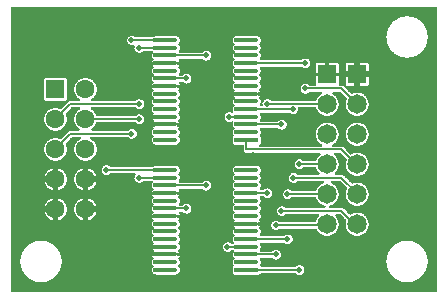
<source format=gtl>
%FSLAX33Y33*%
%MOMM*%
%AMRect-W2052833-H422672-RO1.000*
21,1,2.052833,0.422672,0.,0.,180*%
%AMRR-H422672-W2052833-R211336-RO1.000*
21,1,1.630161,0.422672,0.,0.,180*
1,1,0.422672,0.8150805,-0.*
1,1,0.422672,-0.8150805,-0.*
1,1,0.422672,-0.8150805,0.*
1,1,0.422672,0.8150805,0.*%
%ADD10C,0.0508*%
%ADD11C,0.2032*%
%ADD12C,0.508*%
%ADD13Rect-W2052833-H422672-RO1.000*%
%ADD14RR-H422672-W2052833-R211336-RO1.000*%
%ADD15R,1.6X1.6*%
%ADD16C,1.6*%
%ADD17R,1.65X1.65*%
%ADD18C,1.65*%
D10*
%LNpour fill*%
G01*
X36500Y24500D02*
X36500Y24500D01*
X0500Y24500*
X0500Y0500*
X36500Y0500*
X36500Y24500*
X34000Y20196D02*
X33599Y20241D01*
X33217Y20374*
X32875Y20589*
X32589Y20875*
X32374Y21217*
X32241Y21599*
X32196Y22000*
X32241Y22401*
X32374Y22783*
X32589Y23125*
X32875Y23411*
X33217Y23626*
X33599Y23759*
X34000Y23804*
X34401Y23759*
X34783Y23626*
X35125Y23411*
X35411Y23125*
X35626Y22783*
X35759Y22401*
X35804Y22000*
X35759Y21599*
X35626Y21217*
X35411Y20875*
X35125Y20589*
X34783Y20374*
X34401Y20241*
X34000Y20196*
X14390Y12860D02*
X12760Y12860D01*
X12679Y12868*
X12601Y12892*
X12529Y12930*
X12467Y12982*
X12415Y13045*
X12377Y13116*
X12353Y13194*
X12345Y13275*
X12353Y13356*
X12377Y13434*
X12415Y13505*
X12493Y13600*
X12415Y13695*
X12377Y13766*
X12353Y13844*
X12345Y13925*
X12353Y14006*
X12377Y14084*
X12415Y14155*
X12493Y14250*
X12415Y14345*
X12377Y14416*
X12359Y14473*
X12599Y14473*
X12599Y14677*
X12359Y14677*
X12377Y14734*
X12415Y14805*
X12493Y14900*
X12415Y14995*
X12377Y15066*
X12359Y15123*
X12599Y15123*
X12599Y15327*
X12359Y15327*
X12377Y15384*
X12415Y15455*
X12493Y15550*
X12415Y15645*
X12377Y15716*
X12353Y15794*
X12345Y15875*
X12353Y15956*
X12377Y16034*
X12415Y16105*
X12493Y16200*
X12415Y16295*
X12377Y16366*
X12353Y16444*
X12345Y16525*
X12353Y16606*
X12377Y16684*
X12415Y16755*
X12493Y16850*
X12415Y16945*
X12377Y17016*
X12353Y17094*
X12345Y17175*
X12353Y17256*
X12377Y17334*
X12415Y17405*
X12493Y17500*
X12415Y17595*
X12377Y17666*
X12359Y17723*
X12599Y17723*
X12599Y17927*
X12359Y17927*
X12377Y17984*
X12415Y18055*
X12493Y18150*
X12415Y18245*
X12377Y18316*
X12353Y18394*
X12345Y18475*
X12353Y18556*
X12377Y18634*
X12415Y18705*
X12493Y18800*
X12415Y18895*
X12377Y18966*
X12353Y19044*
X12345Y19125*
X12353Y19206*
X12377Y19284*
X12415Y19355*
X12493Y19450*
X12415Y19545*
X12377Y19616*
X12359Y19673*
X12599Y19673*
X12599Y19877*
X12359Y19877*
X12377Y19934*
X12415Y20005*
X12493Y20100*
X12415Y20195*
X12377Y20266*
X12353Y20344*
X12345Y20425*
X12353Y20506*
X12377Y20584*
X12415Y20655*
X12449Y20696*
X12415Y20769*
X11666Y20769*
X11585Y20698*
X11487Y20647*
X11380Y20620*
X11270Y20620*
X11163Y20647*
X11065Y20698*
X10982Y20771*
X10919Y20862*
X10880Y20965*
X10867Y21075*
X10880Y21185*
X10895Y21224*
X10844Y21282*
X10755Y21260*
X10645Y21260*
X10538Y21286*
X10440Y21338*
X10357Y21411*
X10294Y21502*
X10255Y21605*
X10242Y21715*
X10255Y21824*
X10294Y21928*
X10357Y22018*
X10440Y22092*
X10538Y22143*
X10645Y22170*
X10755Y22170*
X10862Y22143*
X10960Y22092*
X11041Y22020*
X12469Y22020*
X12529Y22070*
X12601Y22108*
X12679Y22132*
X12760Y22140*
X14390Y22140*
X14471Y22132*
X14549Y22108*
X14620Y22070*
X14683Y22018*
X14735Y21955*
X14773Y21884*
X14797Y21806*
X14804Y21725*
X14797Y21644*
X14773Y21566*
X14735Y21495*
X14657Y21400*
X14735Y21305*
X14773Y21234*
X14797Y21156*
X14804Y21075*
X14797Y20994*
X14773Y20916*
X14735Y20845*
X14701Y20804*
X14735Y20731*
X16659Y20731*
X16740Y20802*
X16838Y20853*
X16945Y20880*
X17055Y20880*
X17162Y20853*
X17260Y20802*
X17343Y20729*
X17406Y20638*
X17445Y20535*
X17458Y20425*
X17445Y20315*
X17406Y20212*
X17343Y20121*
X17260Y20048*
X17162Y19997*
X17055Y19970*
X16945Y19970*
X16838Y19997*
X16740Y20048*
X16659Y20119*
X14735Y20119*
X14701Y20046*
X14735Y20005*
X14773Y19934*
X14790Y19877*
X14550Y19877*
X14550Y19673*
X14790Y19673*
X14773Y19616*
X14735Y19545*
X14657Y19450*
X14735Y19355*
X14773Y19284*
X14797Y19206*
X14804Y19125*
X14797Y19044*
X14773Y18966*
X14735Y18895*
X14701Y18854*
X14735Y18781*
X14984Y18781*
X15065Y18852*
X15163Y18903*
X15270Y18930*
X15380Y18930*
X15487Y18903*
X15585Y18852*
X15668Y18779*
X15731Y18688*
X15770Y18585*
X15783Y18475*
X15770Y18365*
X15731Y18262*
X15668Y18171*
X15585Y18098*
X15487Y18047*
X15380Y18020*
X15270Y18020*
X15163Y18047*
X15065Y18098*
X14984Y18169*
X14735Y18169*
X14701Y18096*
X14735Y18055*
X14773Y17984*
X14790Y17927*
X14550Y17927*
X14550Y17723*
X14790Y17723*
X14773Y17666*
X14735Y17595*
X14657Y17500*
X14735Y17405*
X14773Y17334*
X14797Y17256*
X14804Y17175*
X14797Y17094*
X14773Y17016*
X14735Y16945*
X14657Y16850*
X14735Y16755*
X14773Y16684*
X14797Y16606*
X14804Y16525*
X14797Y16444*
X14773Y16366*
X14735Y16295*
X14657Y16200*
X14735Y16105*
X14773Y16034*
X14797Y15956*
X14804Y15875*
X14797Y15794*
X14773Y15716*
X14735Y15645*
X14657Y15550*
X14735Y15455*
X14773Y15384*
X14797Y15306*
X14804Y15225*
X14797Y15144*
X14773Y15066*
X14735Y14995*
X14657Y14900*
X14735Y14805*
X14773Y14734*
X14790Y14677*
X14550Y14677*
X14550Y14473*
X14790Y14473*
X14773Y14416*
X14735Y14345*
X14657Y14250*
X14735Y14155*
X14773Y14084*
X14797Y14006*
X14804Y13925*
X14797Y13844*
X14773Y13766*
X14735Y13695*
X14657Y13600*
X14735Y13505*
X14773Y13434*
X14797Y13356*
X14804Y13275*
X14797Y13194*
X14773Y13116*
X14735Y13045*
X14683Y12982*
X14620Y12930*
X14549Y12892*
X14471Y12868*
X14390Y12860*
X27354Y5128D02*
X27106Y5128D01*
X26865Y5188*
X26645Y5303*
X26460Y5468*
X26319Y5672*
X26291Y5744*
X23241Y5744*
X23160Y5673*
X23062Y5622*
X22955Y5595*
X22845Y5595*
X22738Y5622*
X22640Y5673*
X22557Y5746*
X22494Y5837*
X22455Y5940*
X22442Y6050*
X22455Y6160*
X22494Y6263*
X22557Y6354*
X22640Y6427*
X22738Y6478*
X22845Y6505*
X22955Y6505*
X23062Y6478*
X23160Y6427*
X23241Y6356*
X26215Y6356*
X26319Y6628*
X26460Y6832*
X26509Y6876*
X26478Y6958*
X23741Y6958*
X23660Y6887*
X23562Y6835*
X23455Y6809*
X23345Y6809*
X23238Y6835*
X23140Y6887*
X23057Y6960*
X22994Y7051*
X22955Y7154*
X22942Y7264*
X22955Y7373*
X22994Y7477*
X23057Y7568*
X23140Y7641*
X23238Y7692*
X23345Y7719*
X23455Y7719*
X23562Y7692*
X23660Y7641*
X23741Y7569*
X27040Y7569*
X27054Y7681*
X26865Y7728*
X26645Y7843*
X26460Y8008*
X26319Y8212*
X26253Y8384*
X24241Y8384*
X24160Y8313*
X24062Y8262*
X23955Y8235*
X23845Y8235*
X23738Y8262*
X23640Y8313*
X23557Y8386*
X23494Y8477*
X23455Y8580*
X23442Y8690*
X23455Y8800*
X23494Y8903*
X23557Y8994*
X23640Y9067*
X23738Y9118*
X23845Y9145*
X23955Y9145*
X24062Y9118*
X24160Y9067*
X24241Y8996*
X26253Y8996*
X26319Y9168*
X26460Y9372*
X26645Y9537*
X26904Y9673*
X26880Y9769*
X24741Y9769*
X24660Y9698*
X24562Y9647*
X24455Y9620*
X24345Y9620*
X24238Y9647*
X24140Y9698*
X24057Y9771*
X23994Y9862*
X23955Y9965*
X23942Y10075*
X23955Y10185*
X23994Y10288*
X24057Y10379*
X24140Y10452*
X24238Y10503*
X24345Y10530*
X24455Y10530*
X24562Y10503*
X24660Y10452*
X24741Y10381*
X26524Y10381*
X26555Y10463*
X26460Y10548*
X26319Y10752*
X26253Y10924*
X25241Y10924*
X25160Y10853*
X25062Y10802*
X24955Y10775*
X24845Y10775*
X24738Y10802*
X24640Y10853*
X24557Y10926*
X24494Y11017*
X24455Y11120*
X24442Y11230*
X24455Y11340*
X24494Y11443*
X24557Y11534*
X24640Y11607*
X24738Y11658*
X24845Y11685*
X24955Y11685*
X25062Y11658*
X25160Y11607*
X25241Y11536*
X26253Y11536*
X26319Y11708*
X26460Y11912*
X26629Y12062*
X26598Y12144*
X20425Y12144*
X20365Y12150*
X20308Y12167*
X20255Y12196*
X20209Y12234*
X20171Y12280*
X20143Y12333*
X20125Y12390*
X20119Y12450*
X20119Y12859*
X19399Y12859*
X19367Y12862*
X19336Y12869*
X19306Y12882*
X19279Y12898*
X19254Y12919*
X19234Y12944*
X19217Y12971*
X19205Y13001*
X19197Y13032*
X19195Y13064*
X19195Y13486*
X19197Y13518*
X19205Y13549*
X19217Y13579*
X19234Y13606*
X19282Y13663*
X19227Y13766*
X19203Y13844*
X19196Y13925*
X19203Y14006*
X19227Y14084*
X19265Y14155*
X19343Y14250*
X19265Y14345*
X19227Y14416*
X19203Y14494*
X19196Y14575*
X19203Y14656*
X19240Y14775*
X19175Y14829*
X19112Y14797*
X19005Y14770*
X18895Y14770*
X18788Y14797*
X18690Y14848*
X18607Y14921*
X18544Y15012*
X18505Y15115*
X18492Y15225*
X18505Y15335*
X18544Y15438*
X18607Y15529*
X18690Y15602*
X18788Y15653*
X18895Y15680*
X19005Y15680*
X19112Y15653*
X19175Y15621*
X19240Y15675*
X19203Y15794*
X19196Y15875*
X19203Y15956*
X19227Y16034*
X19265Y16105*
X19343Y16200*
X19265Y16295*
X19227Y16366*
X19203Y16444*
X19196Y16525*
X19203Y16606*
X19227Y16684*
X19265Y16755*
X19343Y16850*
X19265Y16945*
X19227Y17016*
X19210Y17073*
X19450Y17073*
X19450Y17277*
X19210Y17277*
X19227Y17334*
X19265Y17405*
X19343Y17500*
X19265Y17595*
X19227Y17666*
X19203Y17744*
X19196Y17825*
X19203Y17906*
X19227Y17984*
X19265Y18055*
X19343Y18150*
X19265Y18245*
X19227Y18316*
X19203Y18394*
X19196Y18475*
X19203Y18556*
X19227Y18634*
X19265Y18705*
X19343Y18800*
X19265Y18895*
X19227Y18966*
X19203Y19044*
X19196Y19125*
X19203Y19206*
X19227Y19284*
X19265Y19355*
X19343Y19450*
X19265Y19545*
X19227Y19616*
X19203Y19694*
X19196Y19775*
X19203Y19856*
X19227Y19934*
X19265Y20005*
X19343Y20100*
X19265Y20195*
X19227Y20266*
X19203Y20344*
X19196Y20425*
X19203Y20506*
X19227Y20584*
X19265Y20655*
X19343Y20750*
X19265Y20845*
X19227Y20916*
X19203Y20994*
X19196Y21075*
X19203Y21156*
X19227Y21234*
X19265Y21305*
X19343Y21400*
X19265Y21495*
X19227Y21566*
X19203Y21644*
X19196Y21725*
X19203Y21806*
X19227Y21884*
X19265Y21955*
X19317Y22018*
X19380Y22070*
X19451Y22108*
X19529Y22132*
X19610Y22140*
X21240Y22140*
X21321Y22132*
X21399Y22108*
X21471Y22070*
X21533Y22018*
X21585Y21955*
X21623Y21884*
X21647Y21806*
X21655Y21725*
X21647Y21644*
X21623Y21566*
X21585Y21495*
X21507Y21400*
X21585Y21305*
X21623Y21234*
X21647Y21156*
X21655Y21075*
X21647Y20994*
X21623Y20916*
X21585Y20845*
X21507Y20750*
X21585Y20655*
X21623Y20584*
X21647Y20506*
X21655Y20425*
X21647Y20344*
X21623Y20266*
X21585Y20195*
X21551Y20154*
X21585Y20081*
X25059Y20081*
X25140Y20152*
X25238Y20203*
X25345Y20230*
X25455Y20230*
X25562Y20203*
X25660Y20152*
X25743Y20079*
X25806Y19988*
X25845Y19885*
X25858Y19775*
X25845Y19665*
X25806Y19562*
X25743Y19471*
X25660Y19398*
X25562Y19347*
X25455Y19320*
X25345Y19320*
X25238Y19347*
X25140Y19398*
X25059Y19469*
X21585Y19469*
X21551Y19396*
X21585Y19355*
X21623Y19284*
X21647Y19206*
X21655Y19125*
X21647Y19044*
X21623Y18966*
X21585Y18895*
X21507Y18800*
X21585Y18705*
X21623Y18634*
X21647Y18556*
X21655Y18475*
X21647Y18394*
X21623Y18316*
X21585Y18245*
X21507Y18150*
X21585Y18055*
X21623Y17984*
X21647Y17906*
X21655Y17825*
X21647Y17744*
X21623Y17666*
X21585Y17595*
X21507Y17500*
X21585Y17405*
X21623Y17334*
X21641Y17277*
X21401Y17277*
X21401Y17073*
X21641Y17073*
X21623Y17016*
X21585Y16945*
X21507Y16850*
X21585Y16755*
X21623Y16684*
X21647Y16606*
X21657Y16506*
X21742Y16484*
X21832Y16614*
X21915Y16687*
X22013Y16738*
X22120Y16765*
X22230Y16765*
X22337Y16738*
X22435Y16687*
X22516Y16616*
X26253Y16616*
X26319Y16788*
X26460Y16992*
X26645Y17157*
X26749Y17211*
X26725Y17308*
X25741Y17308*
X25660Y17237*
X25562Y17185*
X25455Y17159*
X25345Y17159*
X25238Y17185*
X25140Y17237*
X25057Y17310*
X24994Y17401*
X24955Y17504*
X24942Y17614*
X24955Y17723*
X24994Y17827*
X25057Y17918*
X25140Y17991*
X25238Y18042*
X25345Y18069*
X25455Y18069*
X25562Y18042*
X25660Y17991*
X25741Y17919*
X26221Y17919*
X26203Y17993*
X26201Y18025*
X26201Y18748*
X26456Y18748*
X26456Y18952*
X26201Y18952*
X26201Y19675*
X26203Y19707*
X26211Y19738*
X26223Y19768*
X26240Y19795*
X26261Y19819*
X26285Y19840*
X26312Y19857*
X26342Y19869*
X26373Y19877*
X26405Y19879*
X27128Y19879*
X27128Y19624*
X27332Y19624*
X27332Y19879*
X28055Y19879*
X28087Y19877*
X28118Y19869*
X28148Y19857*
X28175Y19840*
X28199Y19819*
X28220Y19795*
X28237Y19768*
X28249Y19738*
X28257Y19707*
X28259Y19675*
X28259Y18952*
X28004Y18952*
X28004Y18748*
X28259Y18748*
X28259Y18025*
X28257Y17993*
X28239Y17919*
X28466Y17919*
X28526Y17914*
X28583Y17896*
X28636Y17868*
X28721Y17798*
X28730Y17806*
X28719Y17793*
X29297Y17216*
X29405Y17272*
X29646Y17332*
X29894Y17332*
X30135Y17272*
X30355Y17157*
X30540Y16992*
X30681Y16788*
X30769Y16556*
X30799Y16310*
X30769Y16064*
X30681Y15832*
X30540Y15628*
X30355Y15463*
X30135Y15348*
X29894Y15288*
X29646Y15288*
X29405Y15348*
X29185Y15463*
X29000Y15628*
X28859Y15832*
X28771Y16064*
X28741Y16310*
X28771Y16556*
X28859Y16789*
X28340Y17308*
X27735Y17308*
X27711Y17211*
X27815Y17157*
X28000Y16992*
X28141Y16788*
X28229Y16556*
X28259Y16310*
X28229Y16064*
X28141Y15832*
X28000Y15628*
X27815Y15463*
X27595Y15348*
X27354Y15288*
X27106Y15288*
X26865Y15348*
X26645Y15463*
X26460Y15628*
X26319Y15832*
X26253Y16004*
X24793Y16004*
X24808Y15875*
X24795Y15765*
X24756Y15662*
X24693Y15571*
X24610Y15498*
X24512Y15447*
X24405Y15420*
X24295Y15420*
X24188Y15447*
X24090Y15498*
X24009Y15569*
X21585Y15569*
X21551Y15496*
X21585Y15455*
X21623Y15384*
X21647Y15306*
X21655Y15225*
X21647Y15144*
X21623Y15066*
X21585Y14995*
X21551Y14954*
X21585Y14881*
X23059Y14881*
X23140Y14952*
X23238Y15003*
X23345Y15030*
X23455Y15030*
X23562Y15003*
X23660Y14952*
X23743Y14879*
X23806Y14788*
X23845Y14685*
X23858Y14575*
X23845Y14465*
X23806Y14362*
X23743Y14271*
X23660Y14198*
X23562Y14147*
X23455Y14120*
X23345Y14120*
X23238Y14147*
X23140Y14198*
X23059Y14269*
X21585Y14269*
X21551Y14196*
X21585Y14155*
X21623Y14084*
X21647Y14006*
X21655Y13925*
X21647Y13844*
X21623Y13766*
X21568Y13663*
X21617Y13606*
X21634Y13579*
X21646Y13549*
X21653Y13518*
X21656Y13486*
X21656Y13064*
X21653Y13032*
X21646Y13001*
X21634Y12971*
X21617Y12944*
X21596Y12919*
X21572Y12898*
X21544Y12882*
X21487Y12858*
X21507Y12756*
X26756Y12756*
X26780Y12852*
X26645Y12923*
X26460Y13088*
X26319Y13292*
X26231Y13524*
X26201Y13770*
X26231Y14016*
X26319Y14248*
X26460Y14452*
X26645Y14617*
X26865Y14732*
X27106Y14792*
X27354Y14792*
X27595Y14732*
X27815Y14617*
X28000Y14452*
X28141Y14248*
X28229Y14016*
X28259Y13770*
X28229Y13524*
X28141Y13292*
X28000Y13088*
X27815Y12923*
X27680Y12852*
X27704Y12756*
X28466Y12756*
X28526Y12750*
X28583Y12733*
X28636Y12704*
X28683Y12666*
X29242Y12107*
X29405Y12192*
X29646Y12252*
X29894Y12252*
X30135Y12192*
X30355Y12077*
X30540Y11912*
X30681Y11708*
X30769Y11476*
X30799Y11230*
X30769Y10984*
X30681Y10752*
X30540Y10548*
X30355Y10383*
X30135Y10268*
X29894Y10208*
X29646Y10208*
X29405Y10268*
X29185Y10383*
X29000Y10548*
X28859Y10752*
X28771Y10984*
X28741Y11230*
X28771Y11476*
X28836Y11648*
X28340Y12144*
X27862Y12144*
X27831Y12062*
X28000Y11912*
X28141Y11708*
X28229Y11476*
X28259Y11230*
X28229Y10984*
X28141Y10752*
X28000Y10548*
X27905Y10463*
X27936Y10381*
X28466Y10381*
X28526Y10375*
X28583Y10358*
X28636Y10329*
X28683Y10291*
X29350Y9624*
X29405Y9652*
X29646Y9712*
X29894Y9712*
X30135Y9652*
X30355Y9537*
X30540Y9372*
X30681Y9168*
X30769Y8936*
X30799Y8690*
X30769Y8444*
X30681Y8212*
X30540Y8008*
X30355Y7843*
X30135Y7728*
X29894Y7668*
X29646Y7668*
X29405Y7728*
X29185Y7843*
X29000Y8008*
X28859Y8212*
X28771Y8444*
X28741Y8690*
X28771Y8936*
X28859Y9168*
X28892Y9217*
X28340Y9769*
X27580Y9769*
X27556Y9673*
X27815Y9537*
X28000Y9372*
X28141Y9168*
X28229Y8936*
X28259Y8690*
X28229Y8444*
X28141Y8212*
X28000Y8008*
X27815Y7843*
X27595Y7728*
X27406Y7681*
X27420Y7569*
X28500Y7569*
X28560Y7564*
X28617Y7546*
X28670Y7518*
X28716Y7480*
X28754Y7434*
X28783Y7379*
X29172Y6990*
X29405Y7112*
X29646Y7172*
X29894Y7172*
X30135Y7112*
X30355Y6997*
X30540Y6832*
X30681Y6628*
X30769Y6396*
X30799Y6150*
X30769Y5904*
X30681Y5672*
X30540Y5468*
X30355Y5303*
X30135Y5188*
X29894Y5128*
X29646Y5128*
X29405Y5188*
X29185Y5303*
X29000Y5468*
X28859Y5672*
X28771Y5904*
X28741Y6150*
X28771Y6396*
X28807Y6491*
X28340Y6958*
X27982Y6958*
X27951Y6876*
X28000Y6832*
X28141Y6628*
X28229Y6396*
X28259Y6150*
X28229Y5904*
X28141Y5672*
X28000Y5468*
X27815Y5303*
X27595Y5188*
X27354Y5128*
X30595Y17821D02*
X29970Y17821D01*
X29970Y18076*
X29570Y18076*
X29570Y17821*
X28945Y17821*
X28913Y17823*
X28882Y17831*
X28852Y17843*
X28797Y17877*
X28763Y17932*
X28751Y17962*
X28743Y17993*
X28741Y18025*
X28741Y18650*
X28996Y18650*
X28996Y19050*
X28741Y19050*
X28741Y19675*
X28743Y19707*
X28751Y19738*
X28763Y19768*
X28780Y19795*
X28801Y19819*
X28825Y19840*
X28852Y19857*
X28882Y19869*
X28913Y19877*
X28945Y19879*
X29570Y19879*
X29570Y19624*
X29970Y19624*
X29970Y19879*
X30595Y19879*
X30627Y19877*
X30658Y19869*
X30688Y19857*
X30715Y19840*
X30739Y19819*
X30760Y19795*
X30777Y19768*
X30789Y19738*
X30797Y19707*
X30799Y19675*
X30799Y19050*
X30544Y19050*
X30544Y18650*
X30799Y18650*
X30799Y18025*
X30797Y17993*
X30789Y17962*
X30777Y17932*
X30760Y17905*
X30739Y17881*
X30715Y17860*
X30688Y17843*
X30658Y17831*
X30627Y17823*
X30595Y17821*
X5030Y16576D02*
X3430Y16576D01*
X3398Y16578*
X3367Y16586*
X3337Y16598*
X3310Y16615*
X3286Y16636*
X3265Y16660*
X3248Y16687*
X3236Y16717*
X3228Y16748*
X3226Y16780*
X3226Y18380*
X3228Y18412*
X3236Y18443*
X3248Y18473*
X3265Y18500*
X3286Y18524*
X3310Y18545*
X3337Y18562*
X3367Y18574*
X3398Y18582*
X3430Y18584*
X5030Y18584*
X5062Y18582*
X5093Y18574*
X5123Y18562*
X5150Y18545*
X5174Y18524*
X5195Y18500*
X5212Y18473*
X5224Y18443*
X5232Y18412*
X5234Y18380*
X5234Y16780*
X5232Y16748*
X5224Y16717*
X5212Y16687*
X5195Y16660*
X5174Y16636*
X5150Y16615*
X5123Y16598*
X5093Y16586*
X5062Y16578*
X5030Y16576*
X4351Y11503D02*
X4109Y11503D01*
X3874Y11561*
X3660Y11674*
X3478Y11834*
X3341Y12033*
X3255Y12260*
X3226Y12500*
X3255Y12740*
X3341Y12967*
X3478Y13166*
X3660Y13326*
X3874Y13439*
X4109Y13497*
X4351Y13497*
X4586Y13439*
X4685Y13387*
X5314Y14016*
X5360Y14054*
X5413Y14083*
X5470Y14100*
X5530Y14106*
X6198Y14106*
X6229Y14188*
X6018Y14374*
X5881Y14573*
X5795Y14800*
X5766Y15040*
X5795Y15280*
X5881Y15507*
X6018Y15706*
X6200Y15866*
X6285Y15911*
X6261Y16008*
X5630Y16008*
X5122Y15499*
X5205Y15280*
X5234Y15040*
X5205Y14800*
X5119Y14573*
X4982Y14374*
X4800Y14214*
X4586Y14101*
X4351Y14043*
X4109Y14043*
X3874Y14101*
X3660Y14214*
X3478Y14374*
X3341Y14573*
X3255Y14800*
X3226Y15040*
X3255Y15280*
X3341Y15507*
X3478Y15706*
X3660Y15866*
X3874Y15979*
X4109Y16037*
X4351Y16037*
X4586Y15979*
X4685Y15927*
X5287Y16530*
X5334Y16568*
X5387Y16596*
X5444Y16614*
X5504Y16619*
X6247Y16619*
X6271Y16716*
X6200Y16754*
X6018Y16914*
X5881Y17113*
X5795Y17340*
X5766Y17580*
X5795Y17820*
X5881Y18047*
X6018Y18246*
X6200Y18406*
X6414Y18519*
X6649Y18577*
X6891Y18577*
X7126Y18519*
X7340Y18406*
X7522Y18246*
X7659Y18047*
X7745Y17820*
X7774Y17580*
X7745Y17340*
X7659Y17113*
X7522Y16914*
X7340Y16754*
X7269Y16716*
X7293Y16619*
X10971Y16619*
X11065Y16702*
X11163Y16753*
X11270Y16780*
X11380Y16780*
X11487Y16753*
X11585Y16702*
X11668Y16629*
X11731Y16538*
X11770Y16435*
X11783Y16325*
X11770Y16215*
X11731Y16112*
X11668Y16021*
X11585Y15948*
X11487Y15897*
X11380Y15870*
X11270Y15870*
X11163Y15897*
X11065Y15948*
X10997Y16008*
X7279Y16008*
X7255Y15911*
X7340Y15866*
X7522Y15706*
X7659Y15507*
X7720Y15346*
X10984Y15346*
X11065Y15417*
X11163Y15468*
X11270Y15495*
X11380Y15495*
X11487Y15468*
X11585Y15417*
X11668Y15344*
X11731Y15253*
X11770Y15150*
X11783Y15040*
X11770Y14930*
X11731Y14827*
X11668Y14736*
X11585Y14663*
X11487Y14612*
X11380Y14585*
X11270Y14585*
X11163Y14612*
X11065Y14663*
X10984Y14734*
X7720Y14734*
X7659Y14573*
X7522Y14374*
X7311Y14188*
X7342Y14106*
X10359Y14106*
X10440Y14177*
X10538Y14228*
X10645Y14255*
X10755Y14255*
X10862Y14228*
X10960Y14177*
X11043Y14104*
X11106Y14013*
X11145Y13910*
X11158Y13800*
X11145Y13690*
X11106Y13587*
X11043Y13496*
X10960Y13423*
X10862Y13372*
X10755Y13345*
X10645Y13345*
X10538Y13372*
X10440Y13423*
X10359Y13494*
X7229Y13494*
X7205Y13398*
X7340Y13326*
X7522Y13166*
X7659Y12967*
X7745Y12740*
X7774Y12500*
X7745Y12260*
X7659Y12033*
X7522Y11834*
X7340Y11674*
X7126Y11561*
X6891Y11503*
X6649Y11503*
X6414Y11561*
X6200Y11674*
X6018Y11834*
X5881Y12033*
X5795Y12260*
X5766Y12500*
X5795Y12740*
X5881Y12967*
X6018Y13166*
X6200Y13326*
X6335Y13398*
X6311Y13494*
X5657Y13494*
X5122Y12959*
X5205Y12740*
X5234Y12500*
X5205Y12260*
X5119Y12033*
X4982Y11834*
X4800Y11674*
X4586Y11561*
X4351Y11503*
X29894Y12748D02*
X29646Y12748D01*
X29405Y12808*
X29185Y12923*
X29000Y13088*
X28859Y13292*
X28771Y13524*
X28741Y13770*
X28771Y14016*
X28859Y14248*
X29000Y14452*
X29185Y14617*
X29405Y14732*
X29646Y14792*
X29894Y14792*
X30135Y14732*
X30355Y14617*
X30540Y14452*
X30681Y14248*
X30769Y14016*
X30799Y13770*
X30769Y13524*
X30681Y13292*
X30540Y13088*
X30355Y12923*
X30135Y12808*
X29894Y12748*
X14390Y1860D02*
X12760Y1860D01*
X12679Y1868*
X12601Y1892*
X12529Y1930*
X12467Y1982*
X12415Y2045*
X12377Y2116*
X12353Y2194*
X12345Y2275*
X12353Y2356*
X12377Y2434*
X12415Y2505*
X12493Y2600*
X12415Y2695*
X12377Y2766*
X12353Y2844*
X12345Y2925*
X12353Y3006*
X12377Y3084*
X12415Y3155*
X12493Y3250*
X12415Y3345*
X12377Y3416*
X12359Y3473*
X12599Y3473*
X12599Y3677*
X12359Y3677*
X12377Y3734*
X12415Y3805*
X12493Y3900*
X12415Y3995*
X12377Y4066*
X12359Y4123*
X12599Y4123*
X12599Y4327*
X12359Y4327*
X12377Y4384*
X12415Y4455*
X12493Y4550*
X12415Y4645*
X12377Y4716*
X12353Y4794*
X12345Y4875*
X12353Y4956*
X12377Y5034*
X12415Y5105*
X12493Y5200*
X12415Y5295*
X12377Y5366*
X12353Y5444*
X12345Y5525*
X12353Y5606*
X12377Y5684*
X12415Y5755*
X12493Y5850*
X12415Y5945*
X12377Y6016*
X12353Y6094*
X12345Y6175*
X12353Y6256*
X12377Y6334*
X12415Y6405*
X12493Y6500*
X12415Y6595*
X12377Y6666*
X12359Y6723*
X12599Y6723*
X12599Y6927*
X12359Y6927*
X12377Y6984*
X12415Y7055*
X12493Y7150*
X12415Y7245*
X12377Y7316*
X12353Y7394*
X12345Y7475*
X12353Y7556*
X12377Y7634*
X12415Y7705*
X12493Y7800*
X12415Y7895*
X12377Y7966*
X12353Y8044*
X12345Y8125*
X12353Y8206*
X12377Y8284*
X12415Y8355*
X12493Y8450*
X12415Y8545*
X12377Y8616*
X12359Y8673*
X12599Y8673*
X12599Y8877*
X12359Y8877*
X12377Y8934*
X12415Y9005*
X12493Y9100*
X12415Y9195*
X12377Y9266*
X12353Y9344*
X12345Y9425*
X12353Y9506*
X12377Y9584*
X12415Y9655*
X12449Y9696*
X12415Y9769*
X11666Y9769*
X11585Y9698*
X11487Y9647*
X11380Y9620*
X11270Y9620*
X11163Y9647*
X11065Y9698*
X10982Y9771*
X10919Y9862*
X10880Y9965*
X10867Y10075*
X10880Y10185*
X10919Y10288*
X10963Y10351*
X10927Y10419*
X8886Y10419*
X8805Y10348*
X8707Y10297*
X8600Y10270*
X8490Y10270*
X8383Y10297*
X8285Y10348*
X8202Y10421*
X8139Y10512*
X8100Y10615*
X8087Y10725*
X8100Y10835*
X8139Y10938*
X8202Y11029*
X8285Y11102*
X8383Y11153*
X8490Y11180*
X8600Y11180*
X8707Y11153*
X8805Y11102*
X8886Y11031*
X12482Y11031*
X12529Y11070*
X12601Y11108*
X12679Y11132*
X12760Y11140*
X14390Y11140*
X14471Y11132*
X14549Y11108*
X14620Y11070*
X14683Y11018*
X14735Y10955*
X14773Y10884*
X14797Y10806*
X14804Y10725*
X14797Y10644*
X14773Y10566*
X14735Y10495*
X14657Y10400*
X14735Y10305*
X14773Y10234*
X14797Y10156*
X14804Y10075*
X14797Y9994*
X14773Y9916*
X14735Y9845*
X14701Y9804*
X14735Y9731*
X16659Y9731*
X16740Y9802*
X16838Y9853*
X16945Y9880*
X17055Y9880*
X17162Y9853*
X17260Y9802*
X17343Y9729*
X17406Y9638*
X17445Y9535*
X17458Y9425*
X17445Y9315*
X17406Y9212*
X17343Y9121*
X17260Y9048*
X17162Y8997*
X17055Y8970*
X16945Y8970*
X16838Y8997*
X16740Y9048*
X16659Y9119*
X14735Y9119*
X14701Y9046*
X14735Y9005*
X14773Y8934*
X14790Y8877*
X14550Y8877*
X14550Y8673*
X14790Y8673*
X14773Y8616*
X14735Y8545*
X14657Y8450*
X14735Y8355*
X14773Y8284*
X14797Y8206*
X14804Y8125*
X14797Y8044*
X14773Y7966*
X14735Y7895*
X14701Y7854*
X14735Y7781*
X14984Y7781*
X15065Y7852*
X15163Y7903*
X15270Y7930*
X15380Y7930*
X15487Y7903*
X15585Y7852*
X15668Y7779*
X15731Y7688*
X15770Y7585*
X15783Y7475*
X15770Y7365*
X15731Y7262*
X15668Y7171*
X15585Y7098*
X15487Y7047*
X15380Y7020*
X15270Y7020*
X15163Y7047*
X15065Y7098*
X14984Y7169*
X14735Y7169*
X14701Y7096*
X14735Y7055*
X14773Y6984*
X14790Y6927*
X14550Y6927*
X14550Y6723*
X14790Y6723*
X14773Y6666*
X14735Y6595*
X14657Y6500*
X14735Y6405*
X14773Y6334*
X14797Y6256*
X14804Y6175*
X14797Y6094*
X14773Y6016*
X14735Y5945*
X14657Y5850*
X14735Y5755*
X14773Y5684*
X14797Y5606*
X14804Y5525*
X14797Y5444*
X14773Y5366*
X14735Y5295*
X14657Y5200*
X14735Y5105*
X14773Y5034*
X14797Y4956*
X14804Y4875*
X14797Y4794*
X14773Y4716*
X14735Y4645*
X14657Y4550*
X14735Y4455*
X14773Y4384*
X14797Y4306*
X14804Y4225*
X14797Y4144*
X14773Y4066*
X14735Y3995*
X14657Y3900*
X14735Y3805*
X14773Y3734*
X14790Y3677*
X14550Y3677*
X14550Y3473*
X14790Y3473*
X14773Y3416*
X14735Y3345*
X14657Y3250*
X14735Y3155*
X14773Y3084*
X14797Y3006*
X14804Y2925*
X14797Y2844*
X14773Y2766*
X14735Y2695*
X14657Y2600*
X14735Y2505*
X14773Y2434*
X14797Y2356*
X14804Y2275*
X14797Y2194*
X14773Y2116*
X14735Y2045*
X14683Y1982*
X14620Y1930*
X14549Y1892*
X14471Y1868*
X14390Y1860*
X24955Y1820D02*
X24845Y1820D01*
X24738Y1847*
X24640Y1898*
X24559Y1969*
X21639Y1969*
X21596Y1919*
X21572Y1898*
X21544Y1882*
X21515Y1869*
X21484Y1862*
X21452Y1859*
X19399Y1859*
X19367Y1862*
X19336Y1869*
X19306Y1882*
X19279Y1898*
X19254Y1919*
X19234Y1944*
X19217Y1971*
X19205Y2001*
X19197Y2032*
X19195Y2064*
X19195Y2486*
X19197Y2518*
X19205Y2549*
X19217Y2579*
X19234Y2606*
X19282Y2663*
X19227Y2766*
X19203Y2844*
X19196Y2925*
X19203Y3006*
X19227Y3084*
X19265Y3155*
X19343Y3250*
X19265Y3345*
X19227Y3416*
X19203Y3494*
X19196Y3575*
X19203Y3656*
X19227Y3734*
X19265Y3805*
X19299Y3846*
X19265Y3919*
X19166Y3919*
X19085Y3848*
X18987Y3797*
X18880Y3770*
X18770Y3770*
X18663Y3797*
X18565Y3848*
X18482Y3921*
X18419Y4012*
X18380Y4115*
X18367Y4225*
X18380Y4335*
X18419Y4438*
X18482Y4529*
X18565Y4602*
X18663Y4653*
X18770Y4680*
X18880Y4680*
X18987Y4653*
X19085Y4602*
X19166Y4531*
X19265Y4531*
X19299Y4604*
X19265Y4645*
X19227Y4716*
X19203Y4794*
X19196Y4875*
X19203Y4956*
X19227Y5034*
X19265Y5105*
X19343Y5200*
X19265Y5295*
X19227Y5366*
X19203Y5444*
X19196Y5525*
X19203Y5606*
X19227Y5684*
X19265Y5755*
X19343Y5850*
X19265Y5945*
X19227Y6016*
X19210Y6073*
X19450Y6073*
X19450Y6277*
X19210Y6277*
X19227Y6334*
X19265Y6405*
X19343Y6500*
X19265Y6595*
X19227Y6666*
X19203Y6744*
X19196Y6825*
X19203Y6906*
X19227Y6984*
X19265Y7055*
X19343Y7150*
X19265Y7245*
X19227Y7316*
X19203Y7394*
X19196Y7475*
X19203Y7556*
X19227Y7634*
X19265Y7705*
X19343Y7800*
X19265Y7895*
X19227Y7966*
X19203Y8044*
X19196Y8125*
X19203Y8206*
X19227Y8284*
X19265Y8355*
X19343Y8450*
X19265Y8545*
X19227Y8616*
X19203Y8694*
X19196Y8775*
X19203Y8856*
X19227Y8934*
X19265Y9005*
X19343Y9100*
X19265Y9195*
X19227Y9266*
X19203Y9344*
X19196Y9425*
X19203Y9506*
X19227Y9584*
X19265Y9655*
X19343Y9750*
X19265Y9845*
X19227Y9916*
X19203Y9994*
X19196Y10075*
X19203Y10156*
X19227Y10234*
X19265Y10305*
X19343Y10400*
X19265Y10495*
X19227Y10566*
X19203Y10644*
X19196Y10725*
X19203Y10806*
X19227Y10884*
X19265Y10955*
X19317Y11018*
X19380Y11070*
X19451Y11108*
X19529Y11132*
X19610Y11140*
X21240Y11140*
X21321Y11132*
X21399Y11108*
X21471Y11070*
X21533Y11018*
X21585Y10955*
X21623Y10884*
X21647Y10806*
X21655Y10725*
X21647Y10644*
X21623Y10566*
X21585Y10495*
X21507Y10400*
X21585Y10305*
X21623Y10234*
X21647Y10156*
X21655Y10075*
X21647Y9994*
X21623Y9916*
X21585Y9845*
X21507Y9750*
X21585Y9655*
X21623Y9584*
X21647Y9506*
X21655Y9425*
X21647Y9344*
X21623Y9266*
X21585Y9195*
X21551Y9154*
X21585Y9081*
X21834Y9081*
X21915Y9152*
X22013Y9203*
X22120Y9230*
X22230Y9230*
X22337Y9203*
X22435Y9152*
X22518Y9079*
X22581Y8988*
X22620Y8885*
X22633Y8775*
X22620Y8665*
X22581Y8562*
X22518Y8471*
X22435Y8398*
X22337Y8347*
X22230Y8320*
X22120Y8320*
X22013Y8347*
X21915Y8398*
X21834Y8469*
X21585Y8469*
X21551Y8396*
X21585Y8355*
X21623Y8284*
X21647Y8206*
X21655Y8125*
X21647Y8044*
X21623Y7966*
X21585Y7895*
X21507Y7800*
X21585Y7705*
X21623Y7634*
X21647Y7556*
X21655Y7475*
X21647Y7394*
X21623Y7316*
X21585Y7245*
X21507Y7150*
X21585Y7055*
X21623Y6984*
X21647Y6906*
X21655Y6825*
X21647Y6744*
X21623Y6666*
X21585Y6595*
X21507Y6500*
X21585Y6405*
X21623Y6334*
X21641Y6277*
X21401Y6277*
X21401Y6073*
X21641Y6073*
X21623Y6016*
X21585Y5945*
X21507Y5850*
X21585Y5755*
X21623Y5684*
X21647Y5606*
X21655Y5525*
X21647Y5444*
X21623Y5366*
X21585Y5295*
X21551Y5254*
X21585Y5181*
X23559Y5181*
X23640Y5252*
X23738Y5303*
X23845Y5330*
X23955Y5330*
X24062Y5303*
X24160Y5252*
X24243Y5179*
X24306Y5088*
X24345Y4985*
X24358Y4875*
X24345Y4765*
X24306Y4662*
X24243Y4571*
X24160Y4498*
X24062Y4447*
X23955Y4420*
X23845Y4420*
X23738Y4447*
X23640Y4498*
X23559Y4569*
X21585Y4569*
X21551Y4496*
X21585Y4455*
X21623Y4384*
X21647Y4306*
X21655Y4225*
X21647Y4144*
X21623Y4066*
X21585Y3995*
X21551Y3954*
X21585Y3881*
X22559Y3881*
X22640Y3952*
X22738Y4003*
X22845Y4030*
X22955Y4030*
X23062Y4003*
X23160Y3952*
X23243Y3879*
X23306Y3788*
X23345Y3685*
X23358Y3575*
X23345Y3465*
X23306Y3362*
X23243Y3271*
X23160Y3198*
X23062Y3147*
X22955Y3120*
X22845Y3120*
X22738Y3147*
X22640Y3198*
X22559Y3269*
X21585Y3269*
X21551Y3196*
X21585Y3155*
X21623Y3084*
X21647Y3006*
X21655Y2925*
X21647Y2844*
X21623Y2766*
X21568Y2663*
X21639Y2581*
X24559Y2581*
X24640Y2652*
X24738Y2703*
X24845Y2730*
X24955Y2730*
X25062Y2703*
X25160Y2652*
X25243Y2579*
X25306Y2488*
X25345Y2385*
X25358Y2275*
X25345Y2165*
X25306Y2062*
X25243Y1971*
X25160Y1898*
X25062Y1847*
X24955Y1820*
X4430Y8983D02*
X4430Y9217D01*
X4030Y9217*
X4030Y8983*
X3874Y9021*
X3660Y9134*
X3478Y9294*
X3341Y9493*
X3255Y9720*
X3250Y9760*
X3481Y9760*
X3481Y10160*
X3250Y10160*
X3255Y10200*
X3341Y10427*
X3478Y10626*
X3660Y10786*
X3874Y10899*
X4030Y10937*
X4030Y10703*
X4430Y10703*
X4430Y10937*
X4586Y10899*
X4800Y10786*
X4982Y10626*
X5119Y10427*
X5205Y10200*
X5234Y9960*
X5205Y9720*
X5119Y9493*
X4982Y9294*
X4800Y9134*
X4586Y9021*
X4430Y8983*
X6970Y8983D02*
X6970Y9217D01*
X6570Y9217*
X6570Y8983*
X6414Y9021*
X6200Y9134*
X6018Y9294*
X5881Y9493*
X5795Y9720*
X5766Y9960*
X5795Y10200*
X5881Y10427*
X6018Y10626*
X6200Y10786*
X6414Y10899*
X6570Y10937*
X6570Y10703*
X6970Y10703*
X6970Y10937*
X7126Y10899*
X7340Y10786*
X7522Y10626*
X7659Y10427*
X7745Y10200*
X7750Y10160*
X7519Y10160*
X7519Y9760*
X7750Y9760*
X7745Y9720*
X7659Y9493*
X7522Y9294*
X7340Y9134*
X7126Y9021*
X6970Y8983*
X4430Y6443D02*
X4430Y6677D01*
X4030Y6677*
X4030Y6443*
X3874Y6481*
X3660Y6594*
X3478Y6754*
X3341Y6953*
X3255Y7180*
X3250Y7220*
X3481Y7220*
X3481Y7620*
X3250Y7620*
X3255Y7660*
X3341Y7887*
X3478Y8086*
X3660Y8246*
X3874Y8359*
X4030Y8397*
X4030Y8163*
X4430Y8163*
X4430Y8397*
X4586Y8359*
X4800Y8246*
X4982Y8086*
X5119Y7887*
X5205Y7660*
X5234Y7420*
X5205Y7180*
X5119Y6953*
X4982Y6754*
X4800Y6594*
X4586Y6481*
X4430Y6443*
X6970Y6443D02*
X6970Y6677D01*
X6570Y6677*
X6570Y6443*
X6414Y6481*
X6200Y6594*
X6018Y6754*
X5881Y6953*
X5795Y7180*
X5766Y7420*
X5795Y7660*
X5881Y7887*
X6018Y8086*
X6200Y8246*
X6414Y8359*
X6570Y8397*
X6570Y8163*
X6970Y8163*
X6970Y8397*
X7126Y8359*
X7340Y8246*
X7522Y8086*
X7659Y7887*
X7745Y7660*
X7750Y7620*
X7519Y7620*
X7519Y7220*
X7750Y7220*
X7745Y7180*
X7659Y6953*
X7522Y6754*
X7340Y6594*
X7126Y6481*
X6970Y6443*
X34000Y1196D02*
X33599Y1241D01*
X33217Y1374*
X32875Y1589*
X32589Y1875*
X32374Y2217*
X32241Y2599*
X32196Y3000*
X32241Y3401*
X32374Y3783*
X32589Y4125*
X32875Y4411*
X33217Y4626*
X33599Y4759*
X34000Y4804*
X34401Y4759*
X34783Y4626*
X35125Y4411*
X35411Y4125*
X35626Y3783*
X35759Y3401*
X35804Y3000*
X35759Y2599*
X35626Y2217*
X35411Y1875*
X35125Y1589*
X34783Y1374*
X34401Y1241*
X34000Y1196*
X3000Y1196D02*
X2599Y1241D01*
X2217Y1374*
X1875Y1589*
X1589Y1875*
X1374Y2217*
X1241Y2599*
X1196Y3000*
X1241Y3401*
X1374Y3783*
X1589Y4125*
X1875Y4411*
X2217Y4626*
X2599Y4759*
X3000Y4804*
X3401Y4759*
X3783Y4626*
X4125Y4411*
X4411Y4125*
X4626Y3783*
X4759Y3401*
X4804Y3000*
X4759Y2599*
X4626Y2217*
X4411Y1875*
X4125Y1589*
X3783Y1374*
X3401Y1241*
X3000Y1196*
X0500Y0550D02*
X36500Y0550D01*
X0500Y0599D02*
X36500Y0599D01*
X0500Y0649D02*
X36500Y0649D01*
X0500Y0698D02*
X36500Y0698D01*
X0500Y0748D02*
X36500Y0748D01*
X0500Y0797D02*
X36500Y0797D01*
X0500Y0847D02*
X36500Y0847D01*
X0500Y0896D02*
X36500Y0896D01*
X0500Y0946D02*
X36500Y0946D01*
X0500Y0995D02*
X36500Y0995D01*
X0500Y1045D02*
X36500Y1045D01*
X0500Y1094D02*
X36500Y1094D01*
X0500Y1144D02*
X36500Y1144D01*
X0500Y1193D02*
X36500Y1193D01*
X0500Y1243D02*
X2592Y1243D01*
X3408Y1243D02*
X33592Y1243D01*
X34408Y1243D02*
X36500Y1243D01*
X0500Y1292D02*
X2451Y1292D01*
X3549Y1292D02*
X33451Y1292D01*
X34549Y1292D02*
X36500Y1292D01*
X0500Y1342D02*
X2309Y1342D01*
X3691Y1342D02*
X33309Y1342D01*
X34691Y1342D02*
X36500Y1342D01*
X0500Y1392D02*
X2190Y1392D01*
X3810Y1392D02*
X33190Y1392D01*
X34810Y1392D02*
X36500Y1392D01*
X0500Y1441D02*
X2111Y1441D01*
X3889Y1441D02*
X33111Y1441D01*
X34889Y1441D02*
X36500Y1441D01*
X0500Y1491D02*
X2032Y1491D01*
X3968Y1491D02*
X33032Y1491D01*
X34968Y1491D02*
X36500Y1491D01*
X0500Y1540D02*
X1953Y1540D01*
X4047Y1540D02*
X32953Y1540D01*
X35047Y1540D02*
X36500Y1540D01*
X0500Y1590D02*
X1874Y1590D01*
X4126Y1590D02*
X32874Y1590D01*
X35126Y1590D02*
X36500Y1590D01*
X0500Y1639D02*
X1825Y1639D01*
X4175Y1639D02*
X32825Y1639D01*
X35175Y1639D02*
X36500Y1639D01*
X0500Y1689D02*
X1775Y1689D01*
X4225Y1689D02*
X32775Y1689D01*
X35225Y1689D02*
X36500Y1689D01*
X0500Y1738D02*
X1726Y1738D01*
X4274Y1738D02*
X32726Y1738D01*
X35274Y1738D02*
X36500Y1738D01*
X0500Y1788D02*
X1676Y1788D01*
X4324Y1788D02*
X32676Y1788D01*
X35324Y1788D02*
X36500Y1788D01*
X0500Y1837D02*
X1627Y1837D01*
X4373Y1837D02*
X24774Y1837D01*
X25026Y1837D02*
X32627Y1837D01*
X35373Y1837D02*
X36500Y1837D01*
X0500Y1887D02*
X1582Y1887D01*
X4418Y1887D02*
X12617Y1887D01*
X14532Y1887D02*
X19297Y1887D01*
X21553Y1887D02*
X24660Y1887D01*
X25140Y1887D02*
X32582Y1887D01*
X35418Y1887D02*
X36500Y1887D01*
X0500Y1936D02*
X1551Y1936D01*
X4449Y1936D02*
X12522Y1936D01*
X14628Y1936D02*
X19239Y1936D01*
X21611Y1936D02*
X24596Y1936D01*
X25204Y1936D02*
X32551Y1936D01*
X35449Y1936D02*
X36500Y1936D01*
X0500Y1986D02*
X1519Y1986D01*
X4481Y1986D02*
X12463Y1986D01*
X14687Y1986D02*
X19210Y1986D01*
X25253Y1986D02*
X32519Y1986D01*
X35481Y1986D02*
X36500Y1986D01*
X0500Y2035D02*
X1488Y2035D01*
X4512Y2035D02*
X12422Y2035D01*
X14727Y2035D02*
X19196Y2035D01*
X25288Y2035D02*
X32488Y2035D01*
X35512Y2035D02*
X36500Y2035D01*
X0500Y2085D02*
X1457Y2085D01*
X4543Y2085D02*
X12393Y2085D01*
X14756Y2085D02*
X19194Y2085D01*
X25315Y2085D02*
X32457Y2085D01*
X35543Y2085D02*
X36500Y2085D01*
X0500Y2134D02*
X1426Y2134D01*
X4574Y2134D02*
X12371Y2134D01*
X14779Y2134D02*
X19194Y2134D01*
X25333Y2134D02*
X32426Y2134D01*
X35574Y2134D02*
X36500Y2134D01*
X0500Y2184D02*
X1395Y2184D01*
X4605Y2184D02*
X12356Y2184D01*
X14794Y2184D02*
X19194Y2184D01*
X25347Y2184D02*
X32395Y2184D01*
X35605Y2184D02*
X36500Y2184D01*
X0500Y2234D02*
X1368Y2234D01*
X4632Y2234D02*
X12349Y2234D01*
X14801Y2234D02*
X19194Y2234D01*
X25353Y2234D02*
X32368Y2234D01*
X35632Y2234D02*
X36500Y2234D01*
X0500Y2283D02*
X1351Y2283D01*
X4649Y2283D02*
X12346Y2283D01*
X14804Y2283D02*
X19194Y2283D01*
X25357Y2283D02*
X32351Y2283D01*
X35649Y2283D02*
X36500Y2283D01*
X0500Y2333D02*
X1334Y2333D01*
X4666Y2333D02*
X12351Y2333D01*
X14799Y2333D02*
X19194Y2333D01*
X25351Y2333D02*
X32334Y2333D01*
X35666Y2333D02*
X36500Y2333D01*
X0500Y2382D02*
X1316Y2382D01*
X4684Y2382D02*
X12361Y2382D01*
X14789Y2382D02*
X19194Y2382D01*
X25345Y2382D02*
X32316Y2382D01*
X35684Y2382D02*
X36500Y2382D01*
X0500Y2432D02*
X1299Y2432D01*
X4701Y2432D02*
X12376Y2432D01*
X14774Y2432D02*
X19194Y2432D01*
X25327Y2432D02*
X32299Y2432D01*
X35701Y2432D02*
X36500Y2432D01*
X0500Y2481D02*
X1282Y2481D01*
X4718Y2481D02*
X12402Y2481D01*
X14748Y2481D02*
X19194Y2481D01*
X25309Y2481D02*
X32282Y2481D01*
X35718Y2481D02*
X36500Y2481D01*
X0500Y2531D02*
X1264Y2531D01*
X4736Y2531D02*
X12436Y2531D01*
X14714Y2531D02*
X19200Y2531D01*
X25276Y2531D02*
X32264Y2531D01*
X35736Y2531D02*
X36500Y2531D01*
X0500Y2580D02*
X1247Y2580D01*
X4753Y2580D02*
X12476Y2580D01*
X14673Y2580D02*
X19217Y2580D01*
X25242Y2580D02*
X32247Y2580D01*
X35753Y2580D02*
X36500Y2580D01*
X0500Y2630D02*
X1237Y2630D01*
X4763Y2630D02*
X12468Y2630D01*
X14682Y2630D02*
X19253Y2630D01*
X21597Y2630D02*
X24614Y2630D01*
X25186Y2630D02*
X32237Y2630D01*
X35763Y2630D02*
X36500Y2630D01*
X0500Y2679D02*
X1232Y2679D01*
X4768Y2679D02*
X12427Y2679D01*
X14722Y2679D02*
X19273Y2679D01*
X21577Y2679D02*
X24691Y2679D01*
X25109Y2679D02*
X32232Y2679D01*
X35768Y2679D02*
X36500Y2679D01*
X0500Y2729D02*
X1226Y2729D01*
X4774Y2729D02*
X12397Y2729D01*
X14753Y2729D02*
X19247Y2729D01*
X21603Y2729D02*
X24840Y2729D01*
X24960Y2729D02*
X32226Y2729D01*
X35774Y2729D02*
X36500Y2729D01*
X0500Y2778D02*
X1221Y2778D01*
X4779Y2778D02*
X12373Y2778D01*
X14777Y2778D02*
X19223Y2778D01*
X21627Y2778D02*
X32221Y2778D01*
X35779Y2778D02*
X36500Y2778D01*
X0500Y2828D02*
X1215Y2828D01*
X4785Y2828D02*
X12358Y2828D01*
X14792Y2828D02*
X19208Y2828D01*
X21642Y2828D02*
X32215Y2828D01*
X35785Y2828D02*
X36500Y2828D01*
X0500Y2877D02*
X1209Y2877D01*
X4791Y2877D02*
X12350Y2877D01*
X14800Y2877D02*
X19200Y2877D01*
X21650Y2877D02*
X32209Y2877D01*
X35791Y2877D02*
X36500Y2877D01*
X0500Y2927D02*
X1204Y2927D01*
X4796Y2927D02*
X12345Y2927D01*
X14805Y2927D02*
X19195Y2927D01*
X21655Y2927D02*
X32204Y2927D01*
X35796Y2927D02*
X36500Y2927D01*
X0500Y2977D02*
X1198Y2977D01*
X4802Y2977D02*
X12350Y2977D01*
X14800Y2977D02*
X19200Y2977D01*
X21650Y2977D02*
X32198Y2977D01*
X35802Y2977D02*
X36500Y2977D01*
X0500Y3026D02*
X1198Y3026D01*
X4802Y3026D02*
X12359Y3026D01*
X14791Y3026D02*
X19209Y3026D01*
X21641Y3026D02*
X32198Y3026D01*
X35802Y3026D02*
X36500Y3026D01*
X0500Y3076D02*
X1204Y3076D01*
X4796Y3076D02*
X12374Y3076D01*
X14776Y3076D02*
X19224Y3076D01*
X21626Y3076D02*
X32204Y3076D01*
X35796Y3076D02*
X36500Y3076D01*
X0500Y3125D02*
X1210Y3125D01*
X4790Y3125D02*
X12399Y3125D01*
X14751Y3125D02*
X19249Y3125D01*
X21601Y3125D02*
X22824Y3125D01*
X22976Y3125D02*
X32210Y3125D01*
X35790Y3125D02*
X36500Y3125D01*
X0500Y3175D02*
X1215Y3175D01*
X4785Y3175D02*
X12431Y3175D01*
X14719Y3175D02*
X19281Y3175D01*
X21569Y3175D02*
X22684Y3175D01*
X23116Y3175D02*
X32215Y3175D01*
X35785Y3175D02*
X36500Y3175D01*
X0500Y3224D02*
X1221Y3224D01*
X4779Y3224D02*
X12471Y3224D01*
X14678Y3224D02*
X19322Y3224D01*
X21564Y3224D02*
X22610Y3224D01*
X23190Y3224D02*
X32221Y3224D01*
X35779Y3224D02*
X36500Y3224D01*
X0500Y3274D02*
X1226Y3274D01*
X4774Y3274D02*
X12473Y3274D01*
X14677Y3274D02*
X19323Y3274D01*
X23245Y3274D02*
X32226Y3274D01*
X35774Y3274D02*
X36500Y3274D01*
X0500Y3323D02*
X1232Y3323D01*
X4768Y3323D02*
X12432Y3323D01*
X14717Y3323D02*
X19283Y3323D01*
X23279Y3323D02*
X32232Y3323D01*
X35768Y3323D02*
X36500Y3323D01*
X0500Y3373D02*
X1238Y3373D01*
X4762Y3373D02*
X12400Y3373D01*
X14750Y3373D02*
X19250Y3373D01*
X23310Y3373D02*
X32238Y3373D01*
X35762Y3373D02*
X36500Y3373D01*
X0500Y3422D02*
X1248Y3422D01*
X4752Y3422D02*
X12375Y3422D01*
X14775Y3422D02*
X19225Y3422D01*
X23329Y3422D02*
X32248Y3422D01*
X35752Y3422D02*
X36500Y3422D01*
X0500Y3472D02*
X1265Y3472D01*
X4735Y3472D02*
X12360Y3472D01*
X14790Y3472D02*
X19210Y3472D01*
X23346Y3472D02*
X32265Y3472D01*
X35735Y3472D02*
X36500Y3472D01*
X0500Y3521D02*
X1283Y3521D01*
X4717Y3521D02*
X12599Y3521D01*
X14551Y3521D02*
X19201Y3521D01*
X23352Y3521D02*
X32283Y3521D01*
X35717Y3521D02*
X36500Y3521D01*
X0500Y3571D02*
X1300Y3571D01*
X4700Y3571D02*
X12599Y3571D01*
X14551Y3571D02*
X19196Y3571D01*
X23358Y3571D02*
X32300Y3571D01*
X35700Y3571D02*
X36500Y3571D01*
X0500Y3620D02*
X1317Y3620D01*
X4683Y3620D02*
X12599Y3620D01*
X14551Y3620D02*
X19200Y3620D01*
X23353Y3620D02*
X32317Y3620D01*
X35683Y3620D02*
X36500Y3620D01*
X0500Y3670D02*
X1335Y3670D01*
X4665Y3670D02*
X12599Y3670D01*
X14551Y3670D02*
X19207Y3670D01*
X23347Y3670D02*
X32335Y3670D01*
X35665Y3670D02*
X36500Y3670D01*
X0500Y3719D02*
X1352Y3719D01*
X4648Y3719D02*
X12372Y3719D01*
X14777Y3719D02*
X19223Y3719D01*
X23332Y3719D02*
X32352Y3719D01*
X35648Y3719D02*
X36500Y3719D01*
X0500Y3769D02*
X1369Y3769D01*
X4631Y3769D02*
X12395Y3769D01*
X14754Y3769D02*
X19246Y3769D01*
X23313Y3769D02*
X32369Y3769D01*
X35631Y3769D02*
X36500Y3769D01*
X0500Y3819D02*
X1397Y3819D01*
X4603Y3819D02*
X12426Y3819D01*
X14724Y3819D02*
X18620Y3819D01*
X19030Y3819D02*
X19276Y3819D01*
X23285Y3819D02*
X32397Y3819D01*
X35603Y3819D02*
X36500Y3819D01*
X0500Y3868D02*
X1428Y3868D01*
X4572Y3868D02*
X12466Y3868D01*
X14683Y3868D02*
X18542Y3868D01*
X19108Y3868D02*
X19289Y3868D01*
X23251Y3868D02*
X32428Y3868D01*
X35572Y3868D02*
X36500Y3868D01*
X0500Y3918D02*
X1459Y3918D01*
X4541Y3918D02*
X12478Y3918D01*
X14672Y3918D02*
X18486Y3918D01*
X19164Y3918D02*
X19265Y3918D01*
X21568Y3918D02*
X22600Y3918D01*
X23200Y3918D02*
X32459Y3918D01*
X35541Y3918D02*
X36500Y3918D01*
X0500Y3967D02*
X1490Y3967D01*
X4510Y3967D02*
X12437Y3967D01*
X14712Y3967D02*
X18450Y3967D01*
X21563Y3967D02*
X22668Y3967D01*
X23132Y3967D02*
X32490Y3967D01*
X35510Y3967D02*
X36500Y3967D01*
X0500Y4017D02*
X1521Y4017D01*
X4479Y4017D02*
X12403Y4017D01*
X14747Y4017D02*
X18417Y4017D01*
X21597Y4017D02*
X22790Y4017D01*
X23010Y4017D02*
X32521Y4017D01*
X35479Y4017D02*
X36500Y4017D01*
X0500Y4066D02*
X1552Y4066D01*
X4448Y4066D02*
X12377Y4066D01*
X14773Y4066D02*
X18398Y4066D01*
X21623Y4066D02*
X32552Y4066D01*
X35448Y4066D02*
X36500Y4066D01*
X0500Y4116D02*
X1583Y4116D01*
X4417Y4116D02*
X12362Y4116D01*
X14788Y4116D02*
X18380Y4116D01*
X21638Y4116D02*
X32583Y4116D01*
X35417Y4116D02*
X36500Y4116D01*
X0500Y4165D02*
X1629Y4165D01*
X4371Y4165D02*
X12599Y4165D01*
X14799Y4165D02*
X18374Y4165D01*
X21649Y4165D02*
X32629Y4165D01*
X35371Y4165D02*
X36500Y4165D01*
X0500Y4215D02*
X1679Y4215D01*
X4321Y4215D02*
X12599Y4215D01*
X14804Y4215D02*
X18368Y4215D01*
X21654Y4215D02*
X32679Y4215D01*
X35321Y4215D02*
X36500Y4215D01*
X0500Y4264D02*
X1728Y4264D01*
X4272Y4264D02*
X12599Y4264D01*
X14801Y4264D02*
X18371Y4264D01*
X21651Y4264D02*
X32728Y4264D01*
X35272Y4264D02*
X36500Y4264D01*
X0500Y4314D02*
X1778Y4314D01*
X4222Y4314D02*
X12599Y4314D01*
X14794Y4314D02*
X18377Y4314D01*
X21645Y4314D02*
X32778Y4314D01*
X35222Y4314D02*
X36500Y4314D01*
X0500Y4363D02*
X1827Y4363D01*
X4172Y4363D02*
X12370Y4363D01*
X14779Y4363D02*
X18391Y4363D01*
X21630Y4363D02*
X32827Y4363D01*
X35172Y4363D02*
X36500Y4363D01*
X0500Y4413D02*
X1878Y4413D01*
X4122Y4413D02*
X12392Y4413D01*
X14758Y4413D02*
X18410Y4413D01*
X21608Y4413D02*
X32878Y4413D01*
X35122Y4413D02*
X36500Y4413D01*
X0500Y4462D02*
X1957Y4462D01*
X4043Y4462D02*
X12421Y4462D01*
X14729Y4462D02*
X18436Y4462D01*
X21579Y4462D02*
X23707Y4462D01*
X24093Y4462D02*
X32957Y4462D01*
X35043Y4462D02*
X36500Y4462D01*
X0500Y4512D02*
X2036Y4512D01*
X3964Y4512D02*
X12461Y4512D01*
X14688Y4512D02*
X18470Y4512D01*
X21559Y4512D02*
X23623Y4512D01*
X24176Y4512D02*
X33036Y4512D01*
X34964Y4512D02*
X36500Y4512D01*
X0500Y4561D02*
X2115Y4561D01*
X3885Y4561D02*
X12483Y4561D01*
X14667Y4561D02*
X18518Y4561D01*
X19132Y4561D02*
X19279Y4561D01*
X21582Y4561D02*
X23568Y4561D01*
X24232Y4561D02*
X33115Y4561D01*
X34885Y4561D02*
X36500Y4561D01*
X0500Y4611D02*
X2194Y4611D01*
X3806Y4611D02*
X12442Y4611D01*
X14707Y4611D02*
X18581Y4611D01*
X19069Y4611D02*
X19293Y4611D01*
X24271Y4611D02*
X33194Y4611D01*
X34806Y4611D02*
X36500Y4611D01*
X0500Y4661D02*
X2316Y4661D01*
X3684Y4661D02*
X12406Y4661D01*
X14743Y4661D02*
X18690Y4661D01*
X18960Y4661D02*
X19257Y4661D01*
X24305Y4661D02*
X33316Y4661D01*
X34684Y4661D02*
X36500Y4661D01*
X0500Y4710D02*
X2458Y4710D01*
X3542Y4710D02*
X12380Y4710D01*
X14770Y4710D02*
X19230Y4710D01*
X24324Y4710D02*
X33458Y4710D01*
X34542Y4710D02*
X36500Y4710D01*
X0500Y4760D02*
X2602Y4760D01*
X3398Y4760D02*
X12363Y4760D01*
X14786Y4760D02*
X19214Y4760D01*
X24343Y4760D02*
X33602Y4760D01*
X34398Y4760D02*
X36500Y4760D01*
X0500Y4809D02*
X12351Y4809D01*
X14798Y4809D02*
X19202Y4809D01*
X24350Y4809D02*
X36500Y4809D01*
X0500Y4859D02*
X12347Y4859D01*
X14803Y4859D02*
X19197Y4859D01*
X24356Y4859D02*
X36500Y4859D01*
X0500Y4908D02*
X12348Y4908D01*
X14801Y4908D02*
X19199Y4908D01*
X24354Y4908D02*
X36500Y4908D01*
X0500Y4958D02*
X12353Y4958D01*
X14796Y4958D02*
X19204Y4958D01*
X24348Y4958D02*
X36500Y4958D01*
X0500Y5007D02*
X12369Y5007D01*
X14781Y5007D02*
X19219Y5007D01*
X24337Y5007D02*
X36500Y5007D01*
X0500Y5057D02*
X12389Y5057D01*
X14761Y5057D02*
X19239Y5057D01*
X24318Y5057D02*
X36500Y5057D01*
X0500Y5106D02*
X12416Y5106D01*
X14734Y5106D02*
X19266Y5106D01*
X24293Y5106D02*
X36500Y5106D01*
X0500Y5156D02*
X12456Y5156D01*
X14693Y5156D02*
X19307Y5156D01*
X24259Y5156D02*
X26993Y5156D01*
X27467Y5156D02*
X29533Y5156D01*
X30007Y5156D02*
X36500Y5156D01*
X0500Y5205D02*
X12488Y5205D01*
X14662Y5205D02*
X19338Y5205D01*
X21574Y5205D02*
X23587Y5205D01*
X24213Y5205D02*
X26831Y5205D01*
X27629Y5205D02*
X29371Y5205D01*
X30169Y5205D02*
X36500Y5205D01*
X0500Y5255D02*
X12447Y5255D01*
X14702Y5255D02*
X19298Y5255D01*
X21553Y5255D02*
X23644Y5255D01*
X24156Y5255D02*
X26736Y5255D01*
X27724Y5255D02*
X29276Y5255D01*
X30264Y5255D02*
X36500Y5255D01*
X0500Y5304D02*
X12410Y5304D01*
X14740Y5304D02*
X19260Y5304D01*
X21590Y5304D02*
X23740Y5304D01*
X24060Y5304D02*
X26643Y5304D01*
X27817Y5304D02*
X29183Y5304D01*
X30357Y5304D02*
X36500Y5304D01*
X0500Y5354D02*
X12383Y5354D01*
X14767Y5354D02*
X19233Y5354D01*
X21617Y5354D02*
X26587Y5354D01*
X27873Y5354D02*
X29127Y5354D01*
X30413Y5354D02*
X36500Y5354D01*
X0500Y5403D02*
X12365Y5403D01*
X14784Y5403D02*
X19216Y5403D01*
X21635Y5403D02*
X26532Y5403D01*
X27928Y5403D02*
X29072Y5403D01*
X30468Y5403D02*
X36500Y5403D01*
X0500Y5453D02*
X12352Y5453D01*
X14798Y5453D02*
X19202Y5453D01*
X21648Y5453D02*
X26476Y5453D01*
X27984Y5453D02*
X29016Y5453D01*
X30524Y5453D02*
X36500Y5453D01*
X0500Y5503D02*
X12347Y5503D01*
X14803Y5503D02*
X19197Y5503D01*
X21653Y5503D02*
X26435Y5503D01*
X28025Y5503D02*
X28975Y5503D01*
X30565Y5503D02*
X36500Y5503D01*
X0500Y5552D02*
X12348Y5552D01*
X14802Y5552D02*
X19198Y5552D01*
X21652Y5552D02*
X26401Y5552D01*
X28059Y5552D02*
X28941Y5552D01*
X30599Y5552D02*
X36500Y5552D01*
X0500Y5602D02*
X12353Y5602D01*
X14797Y5602D02*
X19203Y5602D01*
X21647Y5602D02*
X22818Y5602D01*
X22982Y5602D02*
X26367Y5602D01*
X28093Y5602D02*
X28907Y5602D01*
X30633Y5602D02*
X36500Y5602D01*
X0500Y5651D02*
X12367Y5651D01*
X14783Y5651D02*
X19217Y5651D01*
X21633Y5651D02*
X22681Y5651D01*
X23119Y5651D02*
X26333Y5651D01*
X28127Y5651D02*
X28873Y5651D01*
X30667Y5651D02*
X36500Y5651D01*
X0500Y5701D02*
X12386Y5701D01*
X14764Y5701D02*
X19236Y5701D01*
X21614Y5701D02*
X22608Y5701D01*
X23192Y5701D02*
X26307Y5701D01*
X28153Y5701D02*
X28847Y5701D01*
X30693Y5701D02*
X36500Y5701D01*
X0500Y5750D02*
X12412Y5750D01*
X14738Y5750D02*
X19262Y5750D01*
X21588Y5750D02*
X22554Y5750D01*
X28171Y5750D02*
X28829Y5750D01*
X30711Y5750D02*
X36500Y5750D01*
X0500Y5800D02*
X12451Y5800D01*
X14698Y5800D02*
X19302Y5800D01*
X21549Y5800D02*
X22520Y5800D01*
X28190Y5800D02*
X28810Y5800D01*
X30730Y5800D02*
X36500Y5800D01*
X0500Y5849D02*
X12492Y5849D01*
X14658Y5849D02*
X19342Y5849D01*
X21508Y5849D02*
X22489Y5849D01*
X28209Y5849D02*
X28791Y5849D01*
X30749Y5849D02*
X36500Y5849D01*
X0500Y5899D02*
X12452Y5899D01*
X14697Y5899D02*
X19303Y5899D01*
X21548Y5899D02*
X22471Y5899D01*
X28228Y5899D02*
X28772Y5899D01*
X30768Y5899D02*
X36500Y5899D01*
X0500Y5948D02*
X12413Y5948D01*
X14737Y5948D02*
X19263Y5948D01*
X21587Y5948D02*
X22454Y5948D01*
X28235Y5948D02*
X28765Y5948D01*
X30775Y5948D02*
X36500Y5948D01*
X0500Y5998D02*
X12386Y5998D01*
X14763Y5998D02*
X19237Y5998D01*
X21614Y5998D02*
X22448Y5998D01*
X28241Y5998D02*
X28759Y5998D01*
X30781Y5998D02*
X36500Y5998D01*
X0500Y6047D02*
X12367Y6047D01*
X14783Y6047D02*
X19217Y6047D01*
X21633Y6047D02*
X22442Y6047D01*
X28247Y6047D02*
X28753Y6047D01*
X30787Y6047D02*
X36500Y6047D01*
X0500Y6097D02*
X12353Y6097D01*
X14797Y6097D02*
X19449Y6097D01*
X21401Y6097D02*
X22447Y6097D01*
X28253Y6097D02*
X28747Y6097D01*
X30793Y6097D02*
X36500Y6097D01*
X0500Y6146D02*
X12348Y6146D01*
X14802Y6146D02*
X19449Y6146D01*
X21401Y6146D02*
X22453Y6146D01*
X28259Y6146D02*
X28741Y6146D01*
X30799Y6146D02*
X36500Y6146D01*
X0500Y6196D02*
X12347Y6196D01*
X14803Y6196D02*
X19449Y6196D01*
X21401Y6196D02*
X22469Y6196D01*
X28254Y6196D02*
X28746Y6196D01*
X30794Y6196D02*
X36500Y6196D01*
X0500Y6245D02*
X12352Y6245D01*
X14798Y6245D02*
X19449Y6245D01*
X21401Y6245D02*
X22487Y6245D01*
X28248Y6245D02*
X28752Y6245D01*
X30788Y6245D02*
X36500Y6245D01*
X0500Y6295D02*
X12365Y6295D01*
X14785Y6295D02*
X19215Y6295D01*
X21635Y6295D02*
X22516Y6295D01*
X28242Y6295D02*
X28758Y6295D01*
X30782Y6295D02*
X36500Y6295D01*
X0500Y6345D02*
X12382Y6345D01*
X14767Y6345D02*
X19233Y6345D01*
X21618Y6345D02*
X22550Y6345D01*
X28236Y6345D02*
X28764Y6345D01*
X30776Y6345D02*
X36500Y6345D01*
X0500Y6394D02*
X12409Y6394D01*
X14741Y6394D02*
X19259Y6394D01*
X21591Y6394D02*
X22602Y6394D01*
X23198Y6394D02*
X26230Y6394D01*
X28230Y6394D02*
X28770Y6394D01*
X30770Y6394D02*
X36500Y6394D01*
X0500Y6444D02*
X4025Y6444D01*
X4030Y6444D02*
X4430Y6444D01*
X4435Y6444D02*
X6565Y6444D01*
X6570Y6444D02*
X6970Y6444D01*
X6975Y6444D02*
X12446Y6444D01*
X14704Y6444D02*
X19296Y6444D01*
X21554Y6444D02*
X22671Y6444D01*
X23129Y6444D02*
X26248Y6444D01*
X28212Y6444D02*
X28788Y6444D01*
X30752Y6444D02*
X36500Y6444D01*
X0500Y6493D02*
X3850Y6493D01*
X4030Y6493D02*
X4430Y6493D01*
X4610Y6493D02*
X6390Y6493D01*
X6570Y6493D02*
X6970Y6493D01*
X7150Y6493D02*
X12487Y6493D01*
X14663Y6493D02*
X19337Y6493D01*
X21513Y6493D02*
X22796Y6493D01*
X23004Y6493D02*
X26267Y6493D01*
X28193Y6493D02*
X28804Y6493D01*
X30733Y6493D02*
X36500Y6493D01*
X0500Y6543D02*
X3756Y6543D01*
X4030Y6543D02*
X4430Y6543D01*
X4704Y6543D02*
X6296Y6543D01*
X6570Y6543D02*
X6970Y6543D01*
X7244Y6543D02*
X12457Y6543D01*
X14692Y6543D02*
X19308Y6543D01*
X21543Y6543D02*
X26286Y6543D01*
X28174Y6543D02*
X28755Y6543D01*
X30714Y6543D02*
X36500Y6543D01*
X0500Y6592D02*
X3662Y6592D01*
X4030Y6592D02*
X4430Y6592D01*
X4798Y6592D02*
X6202Y6592D01*
X6570Y6592D02*
X6970Y6592D01*
X7338Y6592D02*
X12417Y6592D01*
X14733Y6592D02*
X19267Y6592D01*
X21583Y6592D02*
X26305Y6592D01*
X28155Y6592D02*
X28705Y6592D01*
X30695Y6592D02*
X36500Y6592D01*
X0500Y6642D02*
X3605Y6642D01*
X4030Y6642D02*
X4430Y6642D01*
X4855Y6642D02*
X6145Y6642D01*
X6570Y6642D02*
X6970Y6642D01*
X7395Y6642D02*
X12390Y6642D01*
X14760Y6642D02*
X19240Y6642D01*
X21610Y6642D02*
X26328Y6642D01*
X28132Y6642D02*
X28655Y6642D01*
X30672Y6642D02*
X36500Y6642D01*
X0500Y6691D02*
X3549Y6691D01*
X4911Y6691D02*
X6089Y6691D01*
X7451Y6691D02*
X12369Y6691D01*
X14781Y6691D02*
X19219Y6691D01*
X21631Y6691D02*
X26362Y6691D01*
X28098Y6691D02*
X28606Y6691D01*
X30638Y6691D02*
X36500Y6691D01*
X0500Y6741D02*
X3493Y6741D01*
X4967Y6741D02*
X6033Y6741D01*
X7507Y6741D02*
X12599Y6741D01*
X14551Y6741D02*
X19204Y6741D01*
X21646Y6741D02*
X26396Y6741D01*
X28064Y6741D02*
X28556Y6741D01*
X30604Y6741D02*
X36500Y6741D01*
X0500Y6790D02*
X3453Y6790D01*
X5007Y6790D02*
X5993Y6790D01*
X7547Y6790D02*
X12599Y6790D01*
X14551Y6790D02*
X19199Y6790D01*
X21652Y6790D02*
X26430Y6790D01*
X28030Y6790D02*
X28507Y6790D01*
X30570Y6790D02*
X36500Y6790D01*
X0500Y6840D02*
X3419Y6840D01*
X5041Y6840D02*
X5959Y6840D01*
X7581Y6840D02*
X12599Y6840D01*
X14551Y6840D02*
X19197Y6840D01*
X21654Y6840D02*
X23228Y6840D01*
X23572Y6840D02*
X26468Y6840D01*
X27992Y6840D02*
X28457Y6840D01*
X30532Y6840D02*
X36500Y6840D01*
X0500Y6889D02*
X3385Y6889D01*
X5075Y6889D02*
X5925Y6889D01*
X7615Y6889D02*
X12599Y6889D01*
X14551Y6889D02*
X19202Y6889D01*
X21649Y6889D02*
X23136Y6889D01*
X23664Y6889D02*
X26503Y6889D01*
X27957Y6889D02*
X28408Y6889D01*
X30477Y6889D02*
X36500Y6889D01*
X0500Y6939D02*
X3350Y6939D01*
X5110Y6939D02*
X5890Y6939D01*
X7650Y6939D02*
X12363Y6939D01*
X14787Y6939D02*
X19213Y6939D01*
X21637Y6939D02*
X23080Y6939D01*
X23720Y6939D02*
X26484Y6939D01*
X27976Y6939D02*
X28358Y6939D01*
X30421Y6939D02*
X36500Y6939D01*
X0500Y6988D02*
X3327Y6988D01*
X5133Y6988D02*
X5867Y6988D01*
X7673Y6988D02*
X12379Y6988D01*
X14771Y6988D02*
X19229Y6988D01*
X21621Y6988D02*
X23037Y6988D01*
X30365Y6988D02*
X36500Y6988D01*
X0500Y7038D02*
X3308Y7038D01*
X5152Y7038D02*
X5848Y7038D01*
X7692Y7038D02*
X12406Y7038D01*
X14744Y7038D02*
X15196Y7038D01*
X15454Y7038D02*
X19256Y7038D01*
X21594Y7038D02*
X23003Y7038D01*
X29125Y7038D02*
X29263Y7038D01*
X30277Y7038D02*
X36500Y7038D01*
X0500Y7087D02*
X3290Y7087D01*
X5170Y7087D02*
X5830Y7087D01*
X7710Y7087D02*
X12441Y7087D01*
X14709Y7087D02*
X15084Y7087D01*
X15566Y7087D02*
X19291Y7087D01*
X21559Y7087D02*
X22980Y7087D01*
X29075Y7087D02*
X29357Y7087D01*
X30183Y7087D02*
X36500Y7087D01*
X0500Y7137D02*
X3271Y7137D01*
X5189Y7137D02*
X5811Y7137D01*
X7729Y7137D02*
X12482Y7137D01*
X14720Y7137D02*
X15020Y7137D01*
X15630Y7137D02*
X19332Y7137D01*
X21518Y7137D02*
X22961Y7137D01*
X29026Y7137D02*
X29504Y7137D01*
X30036Y7137D02*
X36500Y7137D01*
X0500Y7187D02*
X3254Y7187D01*
X5206Y7187D02*
X5794Y7187D01*
X7746Y7187D02*
X12462Y7187D01*
X15679Y7187D02*
X19313Y7187D01*
X21538Y7187D02*
X22951Y7187D01*
X28976Y7187D02*
X36500Y7187D01*
X0500Y7236D02*
X3481Y7236D01*
X5212Y7236D02*
X5788Y7236D01*
X7519Y7236D02*
X12422Y7236D01*
X15713Y7236D02*
X19272Y7236D01*
X21578Y7236D02*
X22945Y7236D01*
X28927Y7236D02*
X36500Y7236D01*
X0500Y7286D02*
X3481Y7286D01*
X5218Y7286D02*
X5782Y7286D01*
X7519Y7286D02*
X12393Y7286D01*
X15740Y7286D02*
X19243Y7286D01*
X21607Y7286D02*
X22944Y7286D01*
X28877Y7286D02*
X36500Y7286D01*
X0500Y7335D02*
X3481Y7335D01*
X5224Y7335D02*
X5776Y7335D01*
X7519Y7335D02*
X12371Y7335D01*
X15759Y7335D02*
X19221Y7335D01*
X21629Y7335D02*
X22950Y7335D01*
X28828Y7335D02*
X36500Y7335D01*
X0500Y7385D02*
X3481Y7385D01*
X5230Y7385D02*
X5770Y7385D01*
X7519Y7385D02*
X12356Y7385D01*
X15772Y7385D02*
X19206Y7385D01*
X21644Y7385D02*
X22959Y7385D01*
X28781Y7385D02*
X36500Y7385D01*
X0500Y7434D02*
X3481Y7434D01*
X5233Y7434D02*
X5767Y7434D01*
X7519Y7434D02*
X12349Y7434D01*
X15779Y7434D02*
X19199Y7434D01*
X21651Y7434D02*
X22978Y7434D01*
X28754Y7434D02*
X36500Y7434D01*
X0500Y7484D02*
X3481Y7484D01*
X5227Y7484D02*
X5773Y7484D01*
X7519Y7484D02*
X12346Y7484D01*
X15782Y7484D02*
X19196Y7484D01*
X21654Y7484D02*
X22999Y7484D01*
X28712Y7484D02*
X36500Y7484D01*
X0500Y7533D02*
X3481Y7533D01*
X5221Y7533D02*
X5779Y7533D01*
X7519Y7533D02*
X12351Y7533D01*
X15776Y7533D02*
X19201Y7533D01*
X21649Y7533D02*
X23033Y7533D01*
X28642Y7533D02*
X36500Y7533D01*
X0500Y7583D02*
X3481Y7583D01*
X5215Y7583D02*
X5785Y7583D01*
X7519Y7583D02*
X12361Y7583D01*
X15770Y7583D02*
X19211Y7583D01*
X21639Y7583D02*
X23074Y7583D01*
X23726Y7583D02*
X27042Y7583D01*
X27418Y7583D02*
X36500Y7583D01*
X0500Y7632D02*
X3251Y7632D01*
X5209Y7632D02*
X5791Y7632D01*
X7749Y7632D02*
X12376Y7632D01*
X15752Y7632D02*
X19226Y7632D01*
X21624Y7632D02*
X23130Y7632D01*
X23670Y7632D02*
X27048Y7632D01*
X27412Y7632D02*
X36500Y7632D01*
X0500Y7682D02*
X3263Y7682D01*
X5197Y7682D02*
X5803Y7682D01*
X7737Y7682D02*
X12402Y7682D01*
X15733Y7682D02*
X19253Y7682D01*
X21598Y7682D02*
X23217Y7682D01*
X23583Y7682D02*
X27050Y7682D01*
X27410Y7682D02*
X29590Y7682D01*
X29950Y7682D02*
X36500Y7682D01*
X0500Y7731D02*
X3282Y7731D01*
X5178Y7731D02*
X5822Y7731D01*
X7718Y7731D02*
X12436Y7731D01*
X15701Y7731D02*
X19286Y7731D01*
X21564Y7731D02*
X26857Y7731D01*
X27603Y7731D02*
X29397Y7731D01*
X30143Y7731D02*
X36500Y7731D01*
X0500Y7781D02*
X3300Y7781D01*
X5160Y7781D02*
X5840Y7781D01*
X7700Y7781D02*
X12477Y7781D01*
X15666Y7781D02*
X19327Y7781D01*
X21523Y7781D02*
X26763Y7781D01*
X27697Y7781D02*
X29303Y7781D01*
X30237Y7781D02*
X36500Y7781D01*
X0500Y7830D02*
X3319Y7830D01*
X5141Y7830D02*
X5859Y7830D01*
X7681Y7830D02*
X12468Y7830D01*
X14712Y7830D02*
X15040Y7830D01*
X15610Y7830D02*
X19318Y7830D01*
X21532Y7830D02*
X26669Y7830D01*
X27791Y7830D02*
X29209Y7830D01*
X30331Y7830D02*
X36500Y7830D01*
X0500Y7880D02*
X3338Y7880D01*
X5122Y7880D02*
X5878Y7880D01*
X7662Y7880D02*
X12427Y7880D01*
X14723Y7880D02*
X15117Y7880D01*
X15533Y7880D02*
X19277Y7880D01*
X21573Y7880D02*
X26603Y7880D01*
X27857Y7880D02*
X29143Y7880D01*
X30397Y7880D02*
X36500Y7880D01*
X0500Y7929D02*
X3370Y7929D01*
X5090Y7929D02*
X5910Y7929D01*
X7630Y7929D02*
X12396Y7929D01*
X14754Y7929D02*
X15267Y7929D01*
X15383Y7929D02*
X19246Y7929D01*
X21604Y7929D02*
X26547Y7929D01*
X27913Y7929D02*
X29087Y7929D01*
X30453Y7929D02*
X36500Y7929D01*
X0500Y7979D02*
X3404Y7979D01*
X5056Y7979D02*
X5944Y7979D01*
X7596Y7979D02*
X12373Y7979D01*
X14777Y7979D02*
X19223Y7979D01*
X21627Y7979D02*
X26491Y7979D01*
X27969Y7979D02*
X29031Y7979D01*
X30509Y7979D02*
X36500Y7979D01*
X0500Y8029D02*
X3438Y8029D01*
X5022Y8029D02*
X5978Y8029D01*
X7562Y8029D02*
X12358Y8029D01*
X14792Y8029D02*
X19208Y8029D01*
X21642Y8029D02*
X26445Y8029D01*
X28015Y8029D02*
X28985Y8029D01*
X30555Y8029D02*
X36500Y8029D01*
X0500Y8078D02*
X3473Y8078D01*
X4987Y8078D02*
X6013Y8078D01*
X7527Y8078D02*
X12350Y8078D01*
X14800Y8078D02*
X19200Y8078D01*
X21650Y8078D02*
X26411Y8078D01*
X28049Y8078D02*
X28951Y8078D01*
X30589Y8078D02*
X36500Y8078D01*
X0500Y8128D02*
X3525Y8128D01*
X4935Y8128D02*
X6065Y8128D01*
X7475Y8128D02*
X12345Y8128D01*
X14804Y8128D02*
X19196Y8128D01*
X21655Y8128D02*
X26376Y8128D01*
X28084Y8128D02*
X28916Y8128D01*
X30624Y8128D02*
X36500Y8128D01*
X0500Y8177D02*
X3581Y8177D01*
X4030Y8177D02*
X4430Y8177D01*
X4879Y8177D02*
X6121Y8177D01*
X6570Y8177D02*
X6970Y8177D01*
X7419Y8177D02*
X12350Y8177D01*
X14800Y8177D02*
X19200Y8177D01*
X21650Y8177D02*
X26342Y8177D01*
X28118Y8177D02*
X28882Y8177D01*
X30658Y8177D02*
X36500Y8177D01*
X0500Y8227D02*
X3637Y8227D01*
X4030Y8227D02*
X4430Y8227D01*
X4823Y8227D02*
X6177Y8227D01*
X6570Y8227D02*
X6970Y8227D01*
X7363Y8227D02*
X12359Y8227D01*
X14790Y8227D02*
X19210Y8227D01*
X21641Y8227D02*
X26313Y8227D01*
X28147Y8227D02*
X28853Y8227D01*
X30687Y8227D02*
X36500Y8227D01*
X0500Y8276D02*
X3716Y8276D01*
X4030Y8276D02*
X4430Y8276D01*
X4744Y8276D02*
X6256Y8276D01*
X6570Y8276D02*
X6970Y8276D01*
X7284Y8276D02*
X12374Y8276D01*
X14775Y8276D02*
X19225Y8276D01*
X21626Y8276D02*
X23709Y8276D01*
X24091Y8276D02*
X26294Y8276D01*
X28166Y8276D02*
X28834Y8276D01*
X30706Y8276D02*
X36500Y8276D01*
X0500Y8326D02*
X3810Y8326D01*
X4030Y8326D02*
X4430Y8326D01*
X4650Y8326D02*
X6350Y8326D01*
X6570Y8326D02*
X6970Y8326D01*
X7190Y8326D02*
X12399Y8326D01*
X14751Y8326D02*
X19249Y8326D01*
X21601Y8326D02*
X22096Y8326D01*
X22254Y8326D02*
X23625Y8326D01*
X24175Y8326D02*
X26275Y8326D01*
X28185Y8326D02*
X28815Y8326D01*
X30725Y8326D02*
X36500Y8326D01*
X0500Y8375D02*
X3939Y8375D01*
X4030Y8375D02*
X4430Y8375D01*
X4521Y8375D02*
X6479Y8375D01*
X6570Y8375D02*
X6970Y8375D01*
X7061Y8375D02*
X12431Y8375D01*
X14719Y8375D02*
X19281Y8375D01*
X21569Y8375D02*
X21957Y8375D01*
X22393Y8375D02*
X23569Y8375D01*
X24231Y8375D02*
X26256Y8375D01*
X28204Y8375D02*
X28796Y8375D01*
X30744Y8375D02*
X36500Y8375D01*
X0500Y8425D02*
X12472Y8425D01*
X14678Y8425D02*
X19322Y8425D01*
X21565Y8425D02*
X21884Y8425D01*
X22466Y8425D02*
X23530Y8425D01*
X28222Y8425D02*
X28778Y8425D01*
X30762Y8425D02*
X36500Y8425D01*
X0500Y8474D02*
X12473Y8474D01*
X14677Y8474D02*
X19323Y8474D01*
X22520Y8474D02*
X23496Y8474D01*
X28233Y8474D02*
X28767Y8474D01*
X30773Y8474D02*
X36500Y8474D01*
X0500Y8524D02*
X12432Y8524D01*
X14718Y8524D02*
X19282Y8524D01*
X22555Y8524D02*
X23476Y8524D01*
X28239Y8524D02*
X28761Y8524D01*
X30779Y8524D02*
X36500Y8524D01*
X0500Y8573D02*
X12399Y8573D01*
X14750Y8573D02*
X19250Y8573D01*
X22585Y8573D02*
X23457Y8573D01*
X28245Y8573D02*
X28755Y8573D01*
X30785Y8573D02*
X36500Y8573D01*
X0500Y8623D02*
X12375Y8623D01*
X14775Y8623D02*
X19225Y8623D01*
X22604Y8623D02*
X23450Y8623D01*
X28251Y8623D02*
X28749Y8623D01*
X30791Y8623D02*
X36500Y8623D01*
X0500Y8672D02*
X12360Y8672D01*
X14790Y8672D02*
X19210Y8672D01*
X22621Y8672D02*
X23444Y8672D01*
X28257Y8672D02*
X28743Y8672D01*
X30797Y8672D02*
X36500Y8672D01*
X0500Y8722D02*
X12599Y8722D01*
X14551Y8722D02*
X19200Y8722D01*
X22627Y8722D02*
X23445Y8722D01*
X28256Y8722D02*
X28744Y8722D01*
X30796Y8722D02*
X36500Y8722D01*
X0500Y8772D02*
X12599Y8772D01*
X14551Y8772D02*
X19196Y8772D01*
X22633Y8772D02*
X23451Y8772D01*
X28250Y8772D02*
X28750Y8772D01*
X30790Y8772D02*
X36500Y8772D01*
X0500Y8821D02*
X12599Y8821D01*
X14551Y8821D02*
X19200Y8821D01*
X22628Y8821D02*
X23463Y8821D01*
X28244Y8821D02*
X28756Y8821D01*
X30784Y8821D02*
X36500Y8821D01*
X0500Y8871D02*
X12599Y8871D01*
X14551Y8871D02*
X19208Y8871D01*
X22622Y8871D02*
X23482Y8871D01*
X28238Y8871D02*
X28762Y8871D01*
X30778Y8871D02*
X36500Y8871D01*
X0500Y8920D02*
X12372Y8920D01*
X14777Y8920D02*
X19223Y8920D01*
X22607Y8920D02*
X23506Y8920D01*
X28232Y8920D02*
X28768Y8920D01*
X30772Y8920D02*
X36500Y8920D01*
X0500Y8970D02*
X12396Y8970D01*
X14754Y8970D02*
X19246Y8970D01*
X22588Y8970D02*
X23540Y8970D01*
X28217Y8970D02*
X28783Y8970D01*
X30757Y8970D02*
X36500Y8970D01*
X0500Y9019D02*
X3881Y9019D01*
X4030Y9019D02*
X4430Y9019D01*
X4579Y9019D02*
X6421Y9019D01*
X6570Y9019D02*
X6970Y9019D01*
X7119Y9019D02*
X12426Y9019D01*
X14724Y9019D02*
X16794Y9019D01*
X17206Y9019D02*
X19276Y9019D01*
X22559Y9019D02*
X23585Y9019D01*
X24215Y9019D02*
X26262Y9019D01*
X28198Y9019D02*
X28802Y9019D01*
X30738Y9019D02*
X36500Y9019D01*
X0500Y9069D02*
X3783Y9069D01*
X4030Y9069D02*
X4430Y9069D01*
X4677Y9069D02*
X6323Y9069D01*
X6570Y9069D02*
X6970Y9069D01*
X7217Y9069D02*
X12467Y9069D01*
X14712Y9069D02*
X16716Y9069D01*
X17284Y9069D02*
X19317Y9069D01*
X22525Y9069D02*
X23642Y9069D01*
X24158Y9069D02*
X26281Y9069D01*
X28179Y9069D02*
X28821Y9069D01*
X30719Y9069D02*
X36500Y9069D01*
X0500Y9118D02*
X3688Y9118D01*
X4030Y9118D02*
X4430Y9118D01*
X4772Y9118D02*
X6228Y9118D01*
X6570Y9118D02*
X6970Y9118D01*
X7312Y9118D02*
X12478Y9118D01*
X14735Y9118D02*
X16660Y9118D01*
X17340Y9118D02*
X19328Y9118D01*
X21568Y9118D02*
X21876Y9118D01*
X22474Y9118D02*
X23737Y9118D01*
X24063Y9118D02*
X26299Y9118D01*
X28161Y9118D02*
X28839Y9118D01*
X30701Y9118D02*
X36500Y9118D01*
X0500Y9168D02*
X3621Y9168D01*
X4030Y9168D02*
X4430Y9168D01*
X4839Y9168D02*
X6161Y9168D01*
X6570Y9168D02*
X6970Y9168D01*
X7379Y9168D02*
X12437Y9168D01*
X17375Y9168D02*
X19287Y9168D01*
X21563Y9168D02*
X21944Y9168D01*
X22406Y9168D02*
X26318Y9168D01*
X28142Y9168D02*
X28858Y9168D01*
X30682Y9168D02*
X36500Y9168D01*
X0500Y9217D02*
X3565Y9217D01*
X4895Y9217D02*
X6105Y9217D01*
X7435Y9217D02*
X12403Y9217D01*
X17408Y9217D02*
X19253Y9217D01*
X21597Y9217D02*
X22068Y9217D01*
X22282Y9217D02*
X26352Y9217D01*
X28108Y9217D02*
X28891Y9217D01*
X30648Y9217D02*
X36500Y9217D01*
X0500Y9267D02*
X3509Y9267D01*
X4951Y9267D02*
X6049Y9267D01*
X7491Y9267D02*
X12376Y9267D01*
X17427Y9267D02*
X19227Y9267D01*
X21624Y9267D02*
X26386Y9267D01*
X28074Y9267D02*
X28842Y9267D01*
X30614Y9267D02*
X36500Y9267D01*
X0500Y9316D02*
X3463Y9316D01*
X4997Y9316D02*
X6003Y9316D01*
X7537Y9316D02*
X12361Y9316D01*
X17445Y9316D02*
X19212Y9316D01*
X21639Y9316D02*
X26421Y9316D01*
X28039Y9316D02*
X28792Y9316D01*
X30579Y9316D02*
X36500Y9316D01*
X0500Y9366D02*
X3428Y9366D01*
X5032Y9366D02*
X5968Y9366D01*
X7572Y9366D02*
X12351Y9366D01*
X17451Y9366D02*
X19201Y9366D01*
X21649Y9366D02*
X26455Y9366D01*
X28005Y9366D02*
X28743Y9366D01*
X30545Y9366D02*
X36500Y9366D01*
X0500Y9415D02*
X3394Y9415D01*
X5066Y9415D02*
X5934Y9415D01*
X7606Y9415D02*
X12346Y9415D01*
X17457Y9415D02*
X19196Y9415D01*
X21654Y9415D02*
X26508Y9415D01*
X27952Y9415D02*
X28693Y9415D01*
X30492Y9415D02*
X36500Y9415D01*
X0500Y9465D02*
X3360Y9465D01*
X5100Y9465D02*
X5900Y9465D01*
X7640Y9465D02*
X12349Y9465D01*
X17454Y9465D02*
X19199Y9465D01*
X21651Y9465D02*
X26564Y9465D01*
X27896Y9465D02*
X28644Y9465D01*
X30436Y9465D02*
X36500Y9465D01*
X0500Y9514D02*
X3333Y9514D01*
X5127Y9514D02*
X5873Y9514D01*
X7667Y9514D02*
X12356Y9514D01*
X17448Y9514D02*
X19206Y9514D01*
X21644Y9514D02*
X26620Y9514D01*
X27840Y9514D02*
X28594Y9514D01*
X30380Y9514D02*
X36500Y9514D01*
X0500Y9564D02*
X3314Y9564D01*
X5146Y9564D02*
X5854Y9564D01*
X7686Y9564D02*
X12371Y9564D01*
X17434Y9564D02*
X19221Y9564D01*
X21629Y9564D02*
X26696Y9564D01*
X27764Y9564D02*
X28545Y9564D01*
X30304Y9564D02*
X36500Y9564D01*
X0500Y9614D02*
X3295Y9614D01*
X5165Y9614D02*
X5835Y9614D01*
X7705Y9614D02*
X12392Y9614D01*
X17415Y9614D02*
X19243Y9614D01*
X21608Y9614D02*
X26791Y9614D01*
X27669Y9614D02*
X28495Y9614D01*
X30209Y9614D02*
X36500Y9614D01*
X0500Y9663D02*
X3276Y9663D01*
X5184Y9663D02*
X5816Y9663D01*
X7724Y9663D02*
X11131Y9663D01*
X11519Y9663D02*
X12421Y9663D01*
X17389Y9663D02*
X19271Y9663D01*
X21579Y9663D02*
X24206Y9663D01*
X24594Y9663D02*
X26885Y9663D01*
X27575Y9663D02*
X28445Y9663D01*
X29311Y9663D02*
X29448Y9663D01*
X30092Y9663D02*
X36500Y9663D01*
X0500Y9713D02*
X3257Y9713D01*
X5203Y9713D02*
X5797Y9713D01*
X7743Y9713D02*
X11048Y9713D01*
X11602Y9713D02*
X12441Y9713D01*
X17355Y9713D02*
X19312Y9713D01*
X21538Y9713D02*
X24123Y9713D01*
X24677Y9713D02*
X26894Y9713D01*
X27566Y9713D02*
X28396Y9713D01*
X29262Y9713D02*
X36500Y9713D01*
X0500Y9762D02*
X3481Y9762D01*
X5210Y9762D02*
X5790Y9762D01*
X7519Y9762D02*
X10992Y9762D01*
X11658Y9762D02*
X12418Y9762D01*
X14721Y9762D02*
X16694Y9762D01*
X17306Y9762D02*
X19333Y9762D01*
X21517Y9762D02*
X24067Y9762D01*
X24733Y9762D02*
X26881Y9762D01*
X27579Y9762D02*
X28346Y9762D01*
X29212Y9762D02*
X36500Y9762D01*
X0500Y9812D02*
X3481Y9812D01*
X5216Y9812D02*
X5784Y9812D01*
X7519Y9812D02*
X10954Y9812D01*
X14708Y9812D02*
X16757Y9812D01*
X17243Y9812D02*
X19292Y9812D01*
X21558Y9812D02*
X24029Y9812D01*
X29163Y9812D02*
X36500Y9812D01*
X0500Y9861D02*
X3481Y9861D01*
X5222Y9861D02*
X5778Y9861D01*
X7519Y9861D02*
X10920Y9861D01*
X14744Y9861D02*
X16868Y9861D01*
X17132Y9861D02*
X19256Y9861D01*
X21594Y9861D02*
X23995Y9861D01*
X29113Y9861D02*
X36500Y9861D01*
X0500Y9911D02*
X3481Y9911D01*
X5228Y9911D02*
X5772Y9911D01*
X7519Y9911D02*
X10901Y9911D01*
X14770Y9911D02*
X19230Y9911D01*
X21620Y9911D02*
X23976Y9911D01*
X29063Y9911D02*
X36500Y9911D01*
X0500Y9960D02*
X3481Y9960D01*
X5234Y9960D02*
X5766Y9960D01*
X7519Y9960D02*
X10882Y9960D01*
X14786Y9960D02*
X19214Y9960D01*
X21637Y9960D02*
X23957Y9960D01*
X29014Y9960D02*
X36500Y9960D01*
X0500Y10010D02*
X3481Y10010D01*
X5228Y10010D02*
X5772Y10010D01*
X7519Y10010D02*
X10874Y10010D01*
X14798Y10010D02*
X19202Y10010D01*
X21649Y10010D02*
X23949Y10010D01*
X28964Y10010D02*
X36500Y10010D01*
X0500Y10059D02*
X3481Y10059D01*
X5222Y10059D02*
X5778Y10059D01*
X7519Y10059D02*
X10868Y10059D01*
X14803Y10059D02*
X19197Y10059D01*
X21653Y10059D02*
X23943Y10059D01*
X28915Y10059D02*
X36500Y10059D01*
X0500Y10109D02*
X3481Y10109D01*
X5216Y10109D02*
X5784Y10109D01*
X7519Y10109D02*
X10871Y10109D01*
X14801Y10109D02*
X19199Y10109D01*
X21652Y10109D02*
X23946Y10109D01*
X28865Y10109D02*
X36500Y10109D01*
X0500Y10158D02*
X3481Y10158D01*
X5210Y10158D02*
X5790Y10158D01*
X7519Y10158D02*
X10877Y10158D01*
X14796Y10158D02*
X19204Y10158D01*
X21646Y10158D02*
X23952Y10158D01*
X28816Y10158D02*
X36500Y10158D01*
X0500Y10208D02*
X3258Y10208D01*
X5202Y10208D02*
X5798Y10208D01*
X7742Y10208D02*
X10889Y10208D01*
X14781Y10208D02*
X19219Y10208D01*
X21631Y10208D02*
X23964Y10208D01*
X28766Y10208D02*
X36500Y10208D01*
X0500Y10257D02*
X3276Y10257D01*
X5184Y10257D02*
X5816Y10257D01*
X7724Y10257D02*
X10907Y10257D01*
X14761Y10257D02*
X19239Y10257D01*
X21611Y10257D02*
X23982Y10257D01*
X28717Y10257D02*
X29446Y10257D01*
X30094Y10257D02*
X36500Y10257D01*
X0500Y10307D02*
X3295Y10307D01*
X5165Y10307D02*
X5835Y10307D01*
X7705Y10307D02*
X8362Y10307D01*
X8728Y10307D02*
X10932Y10307D01*
X14734Y10307D02*
X19266Y10307D01*
X21584Y10307D02*
X24007Y10307D01*
X28664Y10307D02*
X29330Y10307D01*
X30210Y10307D02*
X36500Y10307D01*
X0500Y10356D02*
X3314Y10356D01*
X5146Y10356D02*
X5854Y10356D01*
X7686Y10356D02*
X8275Y10356D01*
X8815Y10356D02*
X10960Y10356D01*
X14693Y10356D02*
X19307Y10356D01*
X21543Y10356D02*
X24041Y10356D01*
X28586Y10356D02*
X29235Y10356D01*
X30305Y10356D02*
X36500Y10356D01*
X0500Y10406D02*
X3333Y10406D01*
X5127Y10406D02*
X5873Y10406D01*
X7667Y10406D02*
X8219Y10406D01*
X8871Y10406D02*
X10934Y10406D01*
X14662Y10406D02*
X19338Y10406D01*
X21512Y10406D02*
X24087Y10406D01*
X24713Y10406D02*
X26533Y10406D01*
X27927Y10406D02*
X29159Y10406D01*
X30381Y10406D02*
X36500Y10406D01*
X0500Y10456D02*
X3360Y10456D01*
X5100Y10456D02*
X5900Y10456D01*
X7640Y10456D02*
X8178Y10456D01*
X14703Y10456D02*
X19297Y10456D01*
X21553Y10456D02*
X24146Y10456D01*
X24654Y10456D02*
X26552Y10456D01*
X27908Y10456D02*
X29103Y10456D01*
X30437Y10456D02*
X36500Y10456D01*
X0500Y10505D02*
X3395Y10505D01*
X5065Y10505D02*
X5935Y10505D01*
X7605Y10505D02*
X8144Y10505D01*
X14740Y10505D02*
X19260Y10505D01*
X21591Y10505D02*
X24243Y10505D01*
X24557Y10505D02*
X26507Y10505D01*
X27953Y10505D02*
X29047Y10505D01*
X30493Y10505D02*
X36500Y10505D01*
X0500Y10555D02*
X3429Y10555D01*
X5031Y10555D02*
X5969Y10555D01*
X7571Y10555D02*
X8123Y10555D01*
X14767Y10555D02*
X19233Y10555D01*
X21617Y10555D02*
X26454Y10555D01*
X28006Y10555D02*
X28994Y10555D01*
X30546Y10555D02*
X36500Y10555D01*
X0500Y10604D02*
X3463Y10604D01*
X4997Y10604D02*
X6003Y10604D01*
X7537Y10604D02*
X8104Y10604D01*
X14785Y10604D02*
X19215Y10604D01*
X21635Y10604D02*
X26420Y10604D01*
X28040Y10604D02*
X28960Y10604D01*
X30580Y10604D02*
X36500Y10604D01*
X0500Y10654D02*
X3509Y10654D01*
X4951Y10654D02*
X6049Y10654D01*
X7491Y10654D02*
X8095Y10654D01*
X14798Y10654D02*
X19202Y10654D01*
X21648Y10654D02*
X26386Y10654D01*
X28074Y10654D02*
X28926Y10654D01*
X30614Y10654D02*
X36500Y10654D01*
X0500Y10703D02*
X3565Y10703D01*
X4895Y10703D02*
X6105Y10703D01*
X7435Y10703D02*
X8089Y10703D01*
X14803Y10703D02*
X19197Y10703D01*
X21653Y10703D02*
X26352Y10703D01*
X28108Y10703D02*
X28892Y10703D01*
X30648Y10703D02*
X36500Y10703D01*
X0500Y10753D02*
X3621Y10753D01*
X4030Y10753D02*
X4430Y10753D01*
X4839Y10753D02*
X6161Y10753D01*
X6570Y10753D02*
X6970Y10753D01*
X7379Y10753D02*
X8090Y10753D01*
X14802Y10753D02*
X19198Y10753D01*
X21652Y10753D02*
X26318Y10753D01*
X28142Y10753D02*
X28858Y10753D01*
X30682Y10753D02*
X36500Y10753D01*
X0500Y10802D02*
X3689Y10802D01*
X4030Y10802D02*
X4430Y10802D01*
X4771Y10802D02*
X6229Y10802D01*
X6570Y10802D02*
X6970Y10802D01*
X7311Y10802D02*
X8096Y10802D01*
X14797Y10802D02*
X19203Y10802D01*
X21647Y10802D02*
X24736Y10802D01*
X25064Y10802D02*
X26299Y10802D01*
X28161Y10802D02*
X28839Y10802D01*
X30701Y10802D02*
X36500Y10802D01*
X0500Y10852D02*
X3783Y10852D01*
X4030Y10852D02*
X4430Y10852D01*
X4677Y10852D02*
X6323Y10852D01*
X6570Y10852D02*
X6970Y10852D01*
X7217Y10852D02*
X8106Y10852D01*
X14783Y10852D02*
X19217Y10852D01*
X21633Y10852D02*
X24641Y10852D01*
X25159Y10852D02*
X26280Y10852D01*
X28180Y10852D02*
X28820Y10852D01*
X30720Y10852D02*
X36500Y10852D01*
X0500Y10901D02*
X3882Y10901D01*
X4030Y10901D02*
X4430Y10901D01*
X4578Y10901D02*
X6422Y10901D01*
X6570Y10901D02*
X6970Y10901D01*
X7118Y10901D02*
X8125Y10901D01*
X14764Y10901D02*
X19236Y10901D01*
X21614Y10901D02*
X24585Y10901D01*
X25215Y10901D02*
X26262Y10901D01*
X28198Y10901D02*
X28802Y10901D01*
X30738Y10901D02*
X36500Y10901D01*
X0500Y10951D02*
X8148Y10951D01*
X14737Y10951D02*
X19263Y10951D01*
X21588Y10951D02*
X24540Y10951D01*
X28217Y10951D02*
X28783Y10951D01*
X30757Y10951D02*
X36500Y10951D01*
X0500Y11000D02*
X8182Y11000D01*
X14698Y11000D02*
X19302Y11000D01*
X21548Y11000D02*
X24506Y11000D01*
X28232Y11000D02*
X28768Y11000D01*
X30772Y11000D02*
X36500Y11000D01*
X0500Y11050D02*
X8225Y11050D01*
X8865Y11050D02*
X12505Y11050D01*
X14645Y11050D02*
X19355Y11050D01*
X21495Y11050D02*
X24482Y11050D01*
X28238Y11050D02*
X28762Y11050D01*
X30778Y11050D02*
X36500Y11050D01*
X0500Y11099D02*
X8281Y11099D01*
X8809Y11099D02*
X12585Y11099D01*
X14565Y11099D02*
X19435Y11099D01*
X21415Y11099D02*
X24463Y11099D01*
X28244Y11099D02*
X28756Y11099D01*
X30784Y11099D02*
X36500Y11099D01*
X0500Y11149D02*
X8373Y11149D01*
X8717Y11149D02*
X24451Y11149D01*
X28250Y11149D02*
X28750Y11149D01*
X30790Y11149D02*
X36500Y11149D01*
X0500Y11198D02*
X24445Y11198D01*
X28256Y11198D02*
X28744Y11198D01*
X30796Y11198D02*
X36500Y11198D01*
X0500Y11248D02*
X24444Y11248D01*
X28257Y11248D02*
X28743Y11248D01*
X30797Y11248D02*
X36500Y11248D01*
X0500Y11298D02*
X24450Y11298D01*
X28251Y11298D02*
X28749Y11298D01*
X30791Y11298D02*
X36500Y11298D01*
X0500Y11347D02*
X24458Y11347D01*
X28245Y11347D02*
X28755Y11347D01*
X30785Y11347D02*
X36500Y11347D01*
X0500Y11397D02*
X24476Y11397D01*
X28239Y11397D02*
X28761Y11397D01*
X30779Y11397D02*
X36500Y11397D01*
X0500Y11446D02*
X24496Y11446D01*
X28233Y11446D02*
X28767Y11446D01*
X30773Y11446D02*
X36500Y11446D01*
X0500Y11496D02*
X24530Y11496D01*
X28222Y11496D02*
X28778Y11496D01*
X30762Y11496D02*
X36500Y11496D01*
X0500Y11545D02*
X3937Y11545D01*
X4523Y11545D02*
X6477Y11545D01*
X7063Y11545D02*
X24569Y11545D01*
X25231Y11545D02*
X26257Y11545D01*
X28203Y11545D02*
X28797Y11545D01*
X30743Y11545D02*
X36500Y11545D01*
X0500Y11595D02*
X3809Y11595D01*
X4651Y11595D02*
X6349Y11595D01*
X7191Y11595D02*
X24625Y11595D01*
X25175Y11595D02*
X26275Y11595D01*
X28185Y11595D02*
X28815Y11595D01*
X30725Y11595D02*
X36500Y11595D01*
X0500Y11644D02*
X3715Y11644D01*
X4745Y11644D02*
X6255Y11644D01*
X7285Y11644D02*
X24710Y11644D01*
X25090Y11644D02*
X26294Y11644D01*
X28166Y11644D02*
X28834Y11644D01*
X30706Y11644D02*
X36500Y11644D01*
X0500Y11694D02*
X3636Y11694D01*
X4824Y11694D02*
X6176Y11694D01*
X7364Y11694D02*
X26313Y11694D01*
X28147Y11694D02*
X28790Y11694D01*
X30687Y11694D02*
X36500Y11694D01*
X0500Y11743D02*
X3580Y11743D01*
X4880Y11743D02*
X6120Y11743D01*
X7420Y11743D02*
X26343Y11743D01*
X28117Y11743D02*
X28740Y11743D01*
X30657Y11743D02*
X36500Y11743D01*
X0500Y11793D02*
X3525Y11793D01*
X4935Y11793D02*
X6065Y11793D01*
X7475Y11793D02*
X26377Y11793D01*
X28083Y11793D02*
X28691Y11793D01*
X30623Y11793D02*
X36500Y11793D01*
X0500Y11842D02*
X3472Y11842D01*
X4988Y11842D02*
X6012Y11842D01*
X7528Y11842D02*
X26411Y11842D01*
X28049Y11842D02*
X28641Y11842D01*
X30589Y11842D02*
X36500Y11842D01*
X0500Y11892D02*
X3438Y11892D01*
X5022Y11892D02*
X5978Y11892D01*
X7562Y11892D02*
X26445Y11892D01*
X28015Y11892D02*
X28592Y11892D01*
X30555Y11892D02*
X36500Y11892D01*
X0500Y11941D02*
X3404Y11941D01*
X5056Y11941D02*
X5944Y11941D01*
X7596Y11941D02*
X26492Y11941D01*
X27968Y11941D02*
X28542Y11941D01*
X30508Y11941D02*
X36500Y11941D01*
X0500Y11991D02*
X3370Y11991D01*
X5090Y11991D02*
X5910Y11991D01*
X7630Y11991D02*
X26548Y11991D01*
X27912Y11991D02*
X28493Y11991D01*
X30452Y11991D02*
X36500Y11991D01*
X0500Y12040D02*
X3338Y12040D01*
X5122Y12040D02*
X5878Y12040D01*
X7662Y12040D02*
X26604Y12040D01*
X27856Y12040D02*
X28443Y12040D01*
X30396Y12040D02*
X36500Y12040D01*
X0500Y12090D02*
X3319Y12090D01*
X5141Y12090D02*
X5859Y12090D01*
X7681Y12090D02*
X26618Y12090D01*
X27842Y12090D02*
X28393Y12090D01*
X30330Y12090D02*
X36500Y12090D01*
X0500Y12140D02*
X3300Y12140D01*
X5160Y12140D02*
X5840Y12140D01*
X7700Y12140D02*
X26599Y12140D01*
X27861Y12140D02*
X28344Y12140D01*
X29210Y12140D02*
X29304Y12140D01*
X30236Y12140D02*
X36500Y12140D01*
X0500Y12189D02*
X3281Y12189D01*
X5179Y12189D02*
X5821Y12189D01*
X7719Y12189D02*
X20267Y12189D01*
X29160Y12189D02*
X29398Y12189D01*
X30142Y12189D02*
X36500Y12189D01*
X0500Y12239D02*
X3263Y12239D01*
X5197Y12239D02*
X5803Y12239D01*
X7737Y12239D02*
X20205Y12239D01*
X29111Y12239D02*
X29592Y12239D01*
X29948Y12239D02*
X36500Y12239D01*
X0500Y12288D02*
X3251Y12288D01*
X5209Y12288D02*
X5791Y12288D01*
X7749Y12288D02*
X20166Y12288D01*
X29061Y12288D02*
X36500Y12288D01*
X0500Y12338D02*
X3245Y12338D01*
X5215Y12338D02*
X5785Y12338D01*
X7755Y12338D02*
X20141Y12338D01*
X29011Y12338D02*
X36500Y12338D01*
X0500Y12387D02*
X3239Y12387D01*
X5221Y12387D02*
X5779Y12387D01*
X7761Y12387D02*
X20126Y12387D01*
X28962Y12387D02*
X36500Y12387D01*
X0500Y12437D02*
X3233Y12437D01*
X5227Y12437D02*
X5773Y12437D01*
X7767Y12437D02*
X20120Y12437D01*
X28912Y12437D02*
X36500Y12437D01*
X0500Y12486D02*
X3227Y12486D01*
X5233Y12486D02*
X5767Y12486D01*
X7773Y12486D02*
X20119Y12486D01*
X28863Y12486D02*
X36500Y12486D01*
X0500Y12536D02*
X3230Y12536D01*
X5230Y12536D02*
X5770Y12536D01*
X7770Y12536D02*
X20119Y12536D01*
X28813Y12536D02*
X36500Y12536D01*
X0500Y12585D02*
X3236Y12585D01*
X5224Y12585D02*
X5776Y12585D01*
X7764Y12585D02*
X20119Y12585D01*
X28764Y12585D02*
X36500Y12585D01*
X0500Y12635D02*
X3242Y12635D01*
X5218Y12635D02*
X5782Y12635D01*
X7758Y12635D02*
X20119Y12635D01*
X28714Y12635D02*
X36500Y12635D01*
X0500Y12684D02*
X3248Y12684D01*
X5212Y12684D02*
X5788Y12684D01*
X7752Y12684D02*
X20119Y12684D01*
X28661Y12684D02*
X36500Y12684D01*
X0500Y12734D02*
X3254Y12734D01*
X5206Y12734D02*
X5794Y12734D01*
X7746Y12734D02*
X20119Y12734D01*
X28580Y12734D02*
X36500Y12734D01*
X0500Y12783D02*
X3271Y12783D01*
X5189Y12783D02*
X5811Y12783D01*
X7729Y12783D02*
X20119Y12783D01*
X21502Y12783D02*
X26763Y12783D01*
X27697Y12783D02*
X29502Y12783D01*
X30038Y12783D02*
X36500Y12783D01*
X0500Y12833D02*
X3290Y12833D01*
X5170Y12833D02*
X5830Y12833D01*
X7710Y12833D02*
X20119Y12833D01*
X21492Y12833D02*
X26775Y12833D01*
X27685Y12833D02*
X29356Y12833D01*
X30184Y12833D02*
X36500Y12833D01*
X0500Y12883D02*
X3309Y12883D01*
X5151Y12883D02*
X5849Y12883D01*
X7691Y12883D02*
X12632Y12883D01*
X14518Y12883D02*
X19304Y12883D01*
X21546Y12883D02*
X26722Y12883D01*
X27738Y12883D02*
X29262Y12883D01*
X30278Y12883D02*
X36500Y12883D01*
X0500Y12932D02*
X3327Y12932D01*
X5133Y12932D02*
X5867Y12932D01*
X7673Y12932D02*
X12527Y12932D01*
X14623Y12932D02*
X19243Y12932D01*
X21607Y12932D02*
X26635Y12932D01*
X27825Y12932D02*
X29175Y12932D01*
X30365Y12932D02*
X36500Y12932D01*
X0500Y12982D02*
X3351Y12982D01*
X5144Y12982D02*
X5891Y12982D01*
X7649Y12982D02*
X12467Y12982D01*
X14683Y12982D02*
X19212Y12982D01*
X21638Y12982D02*
X26579Y12982D01*
X27881Y12982D02*
X29119Y12982D01*
X30421Y12982D02*
X36500Y12982D01*
X0500Y13031D02*
X3385Y13031D01*
X5194Y13031D02*
X5925Y13031D01*
X7615Y13031D02*
X12426Y13031D01*
X14724Y13031D02*
X19197Y13031D01*
X21653Y13031D02*
X26523Y13031D01*
X27937Y13031D02*
X29063Y13031D01*
X30477Y13031D02*
X36500Y13031D01*
X0500Y13081D02*
X3419Y13081D01*
X5243Y13081D02*
X5959Y13081D01*
X7581Y13081D02*
X12396Y13081D01*
X14754Y13081D02*
X19194Y13081D01*
X21656Y13081D02*
X26467Y13081D01*
X27993Y13081D02*
X29007Y13081D01*
X30533Y13081D02*
X36500Y13081D01*
X0500Y13130D02*
X3453Y13130D01*
X5293Y13130D02*
X5993Y13130D01*
X7547Y13130D02*
X12372Y13130D01*
X14777Y13130D02*
X19194Y13130D01*
X21656Y13130D02*
X26430Y13130D01*
X28030Y13130D02*
X28970Y13130D01*
X30570Y13130D02*
X36500Y13130D01*
X0500Y13180D02*
X3494Y13180D01*
X5343Y13180D02*
X6034Y13180D01*
X7506Y13180D02*
X12357Y13180D01*
X14792Y13180D02*
X19194Y13180D01*
X21656Y13180D02*
X26396Y13180D01*
X28064Y13180D02*
X28936Y13180D01*
X30604Y13180D02*
X36500Y13180D01*
X0500Y13229D02*
X3549Y13229D01*
X5392Y13229D02*
X6089Y13229D01*
X7451Y13229D02*
X12349Y13229D01*
X14800Y13229D02*
X19194Y13229D01*
X21656Y13229D02*
X26362Y13229D01*
X28098Y13229D02*
X28902Y13229D01*
X30638Y13229D02*
X36500Y13229D01*
X0500Y13279D02*
X3605Y13279D01*
X5442Y13279D02*
X6145Y13279D01*
X7395Y13279D02*
X12345Y13279D01*
X14804Y13279D02*
X19194Y13279D01*
X21656Y13279D02*
X26327Y13279D01*
X28133Y13279D02*
X28867Y13279D01*
X30673Y13279D02*
X36500Y13279D01*
X0500Y13328D02*
X3662Y13328D01*
X5491Y13328D02*
X6202Y13328D01*
X7338Y13328D02*
X12350Y13328D01*
X14799Y13328D02*
X19194Y13328D01*
X21656Y13328D02*
X26305Y13328D01*
X28155Y13328D02*
X28845Y13328D01*
X30695Y13328D02*
X36500Y13328D01*
X0500Y13378D02*
X3757Y13378D01*
X5541Y13378D02*
X6297Y13378D01*
X7243Y13378D02*
X10525Y13378D01*
X10875Y13378D02*
X12360Y13378D01*
X14790Y13378D02*
X19194Y13378D01*
X21656Y13378D02*
X26286Y13378D01*
X28174Y13378D02*
X28826Y13378D01*
X30714Y13378D02*
X36500Y13378D01*
X0500Y13427D02*
X3851Y13427D01*
X4609Y13427D02*
X4725Y13427D01*
X5590Y13427D02*
X6328Y13427D01*
X7212Y13427D02*
X10434Y13427D01*
X10966Y13427D02*
X12375Y13427D01*
X14775Y13427D02*
X19194Y13427D01*
X21656Y13427D02*
X26267Y13427D01*
X28193Y13427D02*
X28807Y13427D01*
X30733Y13427D02*
X36500Y13427D01*
X0500Y13477D02*
X4027Y13477D01*
X4433Y13477D02*
X4774Y13477D01*
X5640Y13477D02*
X6315Y13477D01*
X7225Y13477D02*
X10378Y13477D01*
X11022Y13477D02*
X12400Y13477D01*
X14750Y13477D02*
X19194Y13477D01*
X21656Y13477D02*
X26248Y13477D01*
X28212Y13477D02*
X28788Y13477D01*
X30752Y13477D02*
X36500Y13477D01*
X0500Y13526D02*
X4824Y13526D01*
X11064Y13526D02*
X12432Y13526D01*
X14718Y13526D02*
X19199Y13526D01*
X21652Y13526D02*
X26230Y13526D01*
X28230Y13526D02*
X28770Y13526D01*
X30770Y13526D02*
X36500Y13526D01*
X0500Y13576D02*
X4873Y13576D01*
X11098Y13576D02*
X12473Y13576D01*
X14677Y13576D02*
X19215Y13576D01*
X21635Y13576D02*
X26224Y13576D01*
X28236Y13576D02*
X28764Y13576D01*
X30776Y13576D02*
X36500Y13576D01*
X0500Y13625D02*
X4923Y13625D01*
X11121Y13625D02*
X12472Y13625D01*
X14678Y13625D02*
X19249Y13625D01*
X21601Y13625D02*
X26218Y13625D01*
X28242Y13625D02*
X28758Y13625D01*
X30782Y13625D02*
X36500Y13625D01*
X0500Y13675D02*
X4972Y13675D01*
X11139Y13675D02*
X12431Y13675D01*
X14719Y13675D02*
X19276Y13675D01*
X21575Y13675D02*
X26212Y13675D01*
X28248Y13675D02*
X28752Y13675D01*
X30788Y13675D02*
X36500Y13675D01*
X0500Y13725D02*
X5022Y13725D01*
X11149Y13725D02*
X12399Y13725D01*
X14751Y13725D02*
X19249Y13725D01*
X21601Y13725D02*
X26206Y13725D01*
X28254Y13725D02*
X28746Y13725D01*
X30794Y13725D02*
X36500Y13725D01*
X0500Y13774D02*
X5071Y13774D01*
X11155Y13774D02*
X12374Y13774D01*
X14776Y13774D02*
X19224Y13774D01*
X21626Y13774D02*
X26201Y13774D01*
X28259Y13774D02*
X28741Y13774D01*
X30799Y13774D02*
X36500Y13774D01*
X0500Y13824D02*
X5121Y13824D01*
X11156Y13824D02*
X12359Y13824D01*
X14791Y13824D02*
X19209Y13824D01*
X21641Y13824D02*
X26207Y13824D01*
X28253Y13824D02*
X28747Y13824D01*
X30793Y13824D02*
X36500Y13824D01*
X0500Y13873D02*
X5170Y13873D01*
X11150Y13873D02*
X12350Y13873D01*
X14800Y13873D02*
X19200Y13873D01*
X21650Y13873D02*
X26213Y13873D01*
X28247Y13873D02*
X28753Y13873D01*
X30787Y13873D02*
X36500Y13873D01*
X0500Y13923D02*
X5220Y13923D01*
X11140Y13923D02*
X12345Y13923D01*
X14804Y13923D02*
X19196Y13923D01*
X21655Y13923D02*
X26219Y13923D01*
X28241Y13923D02*
X28759Y13923D01*
X30781Y13923D02*
X36500Y13923D01*
X0500Y13972D02*
X5269Y13972D01*
X11121Y13972D02*
X12350Y13972D01*
X14800Y13972D02*
X19200Y13972D01*
X21650Y13972D02*
X26225Y13972D01*
X28235Y13972D02*
X28765Y13972D01*
X30775Y13972D02*
X36500Y13972D01*
X0500Y14022D02*
X5320Y14022D01*
X11100Y14022D02*
X12358Y14022D01*
X14792Y14022D02*
X19208Y14022D01*
X21642Y14022D02*
X26232Y14022D01*
X28228Y14022D02*
X28772Y14022D01*
X30768Y14022D02*
X36500Y14022D01*
X0500Y14071D02*
X3994Y14071D01*
X4466Y14071D02*
X5391Y14071D01*
X11066Y14071D02*
X12373Y14071D01*
X14777Y14071D02*
X19223Y14071D01*
X21627Y14071D02*
X26251Y14071D01*
X28209Y14071D02*
X28791Y14071D01*
X30749Y14071D02*
X36500Y14071D01*
X0500Y14121D02*
X3836Y14121D01*
X4624Y14121D02*
X6203Y14121D01*
X7337Y14121D02*
X10376Y14121D01*
X11024Y14121D02*
X12396Y14121D01*
X14753Y14121D02*
X19247Y14121D01*
X21604Y14121D02*
X23341Y14121D01*
X23459Y14121D02*
X26270Y14121D01*
X28190Y14121D02*
X28810Y14121D01*
X30730Y14121D02*
X36500Y14121D01*
X0500Y14170D02*
X3741Y14170D01*
X4719Y14170D02*
X6222Y14170D01*
X7318Y14170D02*
X10432Y14170D01*
X10968Y14170D02*
X12427Y14170D01*
X14723Y14170D02*
X19277Y14170D01*
X21573Y14170D02*
X23192Y14170D01*
X23608Y14170D02*
X26289Y14170D01*
X28171Y14170D02*
X28829Y14170D01*
X30711Y14170D02*
X36500Y14170D01*
X0500Y14220D02*
X3652Y14220D01*
X4808Y14220D02*
X6192Y14220D01*
X7348Y14220D02*
X10521Y14220D01*
X10879Y14220D02*
X12468Y14220D01*
X14682Y14220D02*
X19318Y14220D01*
X21562Y14220D02*
X23115Y14220D01*
X23685Y14220D02*
X26308Y14220D01*
X28152Y14220D02*
X28848Y14220D01*
X30692Y14220D02*
X36500Y14220D01*
X0500Y14269D02*
X3596Y14269D01*
X4864Y14269D02*
X6136Y14269D01*
X7404Y14269D02*
X12477Y14269D01*
X14673Y14269D02*
X19327Y14269D01*
X23741Y14269D02*
X26333Y14269D01*
X28127Y14269D02*
X28873Y14269D01*
X30667Y14269D02*
X36500Y14269D01*
X0500Y14319D02*
X3540Y14319D01*
X4920Y14319D02*
X6080Y14319D01*
X7460Y14319D02*
X12436Y14319D01*
X14714Y14319D02*
X19286Y14319D01*
X23776Y14319D02*
X26367Y14319D01*
X28093Y14319D02*
X28907Y14319D01*
X30633Y14319D02*
X36500Y14319D01*
X0500Y14368D02*
X3484Y14368D01*
X4976Y14368D02*
X6024Y14368D01*
X7516Y14368D02*
X12402Y14368D01*
X14748Y14368D02*
X19252Y14368D01*
X23808Y14368D02*
X26401Y14368D01*
X28059Y14368D02*
X28941Y14368D01*
X30599Y14368D02*
X36500Y14368D01*
X0500Y14418D02*
X3448Y14418D01*
X5012Y14418D02*
X5988Y14418D01*
X7552Y14418D02*
X12376Y14418D01*
X14774Y14418D02*
X19226Y14418D01*
X23827Y14418D02*
X26435Y14418D01*
X28025Y14418D02*
X28975Y14418D01*
X30565Y14418D02*
X36500Y14418D01*
X0500Y14467D02*
X3414Y14467D01*
X5046Y14467D02*
X5954Y14467D01*
X7586Y14467D02*
X12361Y14467D01*
X14789Y14467D02*
X19211Y14467D01*
X23845Y14467D02*
X26476Y14467D01*
X27984Y14467D02*
X29016Y14467D01*
X30524Y14467D02*
X36500Y14467D01*
X0500Y14517D02*
X3379Y14517D01*
X5081Y14517D02*
X5919Y14517D01*
X7621Y14517D02*
X12599Y14517D01*
X14551Y14517D02*
X19201Y14517D01*
X23851Y14517D02*
X26532Y14517D01*
X27928Y14517D02*
X29072Y14517D01*
X30468Y14517D02*
X36500Y14517D01*
X0500Y14567D02*
X3345Y14567D01*
X5115Y14567D02*
X5885Y14567D01*
X7655Y14567D02*
X12599Y14567D01*
X14551Y14567D02*
X19196Y14567D01*
X23857Y14567D02*
X26588Y14567D01*
X27872Y14567D02*
X29128Y14567D01*
X30412Y14567D02*
X36500Y14567D01*
X0500Y14616D02*
X3324Y14616D01*
X5136Y14616D02*
X5864Y14616D01*
X7676Y14616D02*
X11153Y14616D01*
X11497Y14616D02*
X12599Y14616D01*
X14551Y14616D02*
X19199Y14616D01*
X23853Y14616D02*
X26644Y14616D01*
X27816Y14616D02*
X29184Y14616D01*
X30356Y14616D02*
X36500Y14616D01*
X0500Y14666D02*
X3306Y14666D01*
X5154Y14666D02*
X5846Y14666D01*
X7694Y14666D02*
X11061Y14666D01*
X11589Y14666D02*
X12599Y14666D01*
X14551Y14666D02*
X19206Y14666D01*
X23847Y14666D02*
X26737Y14666D01*
X27723Y14666D02*
X29277Y14666D01*
X30263Y14666D02*
X36500Y14666D01*
X0500Y14715D02*
X3287Y14715D01*
X5173Y14715D02*
X5827Y14715D01*
X7713Y14715D02*
X11005Y14715D01*
X11645Y14715D02*
X12371Y14715D01*
X14779Y14715D02*
X19221Y14715D01*
X23834Y14715D02*
X26832Y14715D01*
X27628Y14715D02*
X29372Y14715D01*
X30168Y14715D02*
X36500Y14715D01*
X0500Y14765D02*
X3268Y14765D01*
X5192Y14765D02*
X5808Y14765D01*
X11688Y14765D02*
X12393Y14765D01*
X14757Y14765D02*
X19236Y14765D01*
X23815Y14765D02*
X26995Y14765D01*
X27465Y14765D02*
X29535Y14765D01*
X30005Y14765D02*
X36500Y14765D01*
X0500Y14814D02*
X3253Y14814D01*
X5207Y14814D02*
X5793Y14814D01*
X11722Y14814D02*
X12422Y14814D01*
X14728Y14814D02*
X18753Y14814D01*
X19147Y14814D02*
X19192Y14814D01*
X23788Y14814D02*
X36500Y14814D01*
X0500Y14864D02*
X3247Y14864D01*
X5213Y14864D02*
X5787Y14864D01*
X11745Y14864D02*
X12463Y14864D01*
X14687Y14864D02*
X18672Y14864D01*
X23754Y14864D02*
X36500Y14864D01*
X0500Y14913D02*
X3241Y14913D01*
X5219Y14913D02*
X5781Y14913D01*
X11764Y14913D02*
X12482Y14913D01*
X14668Y14913D02*
X18616Y14913D01*
X21570Y14913D02*
X23095Y14913D01*
X23705Y14913D02*
X36500Y14913D01*
X0500Y14963D02*
X3235Y14963D01*
X5225Y14963D02*
X5775Y14963D01*
X11774Y14963D02*
X12441Y14963D01*
X14709Y14963D02*
X18578Y14963D01*
X21559Y14963D02*
X23159Y14963D01*
X23641Y14963D02*
X36500Y14963D01*
X0500Y15012D02*
X3229Y15012D01*
X5231Y15012D02*
X5769Y15012D01*
X11780Y15012D02*
X12405Y15012D01*
X14744Y15012D02*
X18544Y15012D01*
X21595Y15012D02*
X23272Y15012D01*
X23528Y15012D02*
X36500Y15012D01*
X0500Y15062D02*
X3228Y15062D01*
X5232Y15062D02*
X5768Y15062D01*
X11781Y15062D02*
X12379Y15062D01*
X14771Y15062D02*
X18525Y15062D01*
X21621Y15062D02*
X36500Y15062D01*
X0500Y15111D02*
X3234Y15111D01*
X5226Y15111D02*
X5774Y15111D01*
X11775Y15111D02*
X12363Y15111D01*
X14787Y15111D02*
X18506Y15111D01*
X21637Y15111D02*
X36500Y15111D01*
X0500Y15161D02*
X3240Y15161D01*
X5220Y15161D02*
X5780Y15161D01*
X11766Y15161D02*
X12599Y15161D01*
X14798Y15161D02*
X18499Y15161D01*
X21649Y15161D02*
X36500Y15161D01*
X0500Y15210D02*
X3246Y15210D01*
X5214Y15210D02*
X5786Y15210D01*
X11747Y15210D02*
X12599Y15210D01*
X14803Y15210D02*
X18493Y15210D01*
X21654Y15210D02*
X36500Y15210D01*
X0500Y15260D02*
X3252Y15260D01*
X5208Y15260D02*
X5792Y15260D01*
X11726Y15260D02*
X12599Y15260D01*
X14801Y15260D02*
X18496Y15260D01*
X21652Y15260D02*
X36500Y15260D01*
X0500Y15309D02*
X3266Y15309D01*
X5194Y15309D02*
X5806Y15309D01*
X11692Y15309D02*
X12599Y15309D01*
X14796Y15309D02*
X18502Y15309D01*
X21646Y15309D02*
X27019Y15309D01*
X27441Y15309D02*
X29559Y15309D01*
X29981Y15309D02*
X36500Y15309D01*
X0500Y15359D02*
X3285Y15359D01*
X5175Y15359D02*
X5825Y15359D01*
X7715Y15359D02*
X10999Y15359D01*
X11651Y15359D02*
X12369Y15359D01*
X14781Y15359D02*
X18514Y15359D01*
X21631Y15359D02*
X26843Y15359D01*
X27617Y15359D02*
X29383Y15359D01*
X30157Y15359D02*
X36500Y15359D01*
X0500Y15409D02*
X3303Y15409D01*
X5157Y15409D02*
X5843Y15409D01*
X7697Y15409D02*
X11055Y15409D01*
X11595Y15409D02*
X12390Y15409D01*
X14760Y15409D02*
X18533Y15409D01*
X21610Y15409D02*
X26749Y15409D01*
X27711Y15409D02*
X29289Y15409D01*
X30251Y15409D02*
X36500Y15409D01*
X0500Y15458D02*
X3322Y15458D01*
X5138Y15458D02*
X5862Y15458D01*
X7678Y15458D02*
X11142Y15458D01*
X11508Y15458D02*
X12417Y15458D01*
X14733Y15458D02*
X18558Y15458D01*
X21583Y15458D02*
X24165Y15458D01*
X24535Y15458D02*
X26654Y15458D01*
X27806Y15458D02*
X29194Y15458D01*
X30346Y15458D02*
X36500Y15458D01*
X0500Y15508D02*
X3341Y15508D01*
X5130Y15508D02*
X5881Y15508D01*
X7659Y15508D02*
X12458Y15508D01*
X14692Y15508D02*
X18592Y15508D01*
X21557Y15508D02*
X24078Y15508D01*
X24622Y15508D02*
X26595Y15508D01*
X27865Y15508D02*
X29135Y15508D01*
X30405Y15508D02*
X36500Y15508D01*
X0500Y15557D02*
X3375Y15557D01*
X5180Y15557D02*
X5915Y15557D01*
X7625Y15557D02*
X12487Y15557D01*
X14663Y15557D02*
X18639Y15557D01*
X21580Y15557D02*
X24022Y15557D01*
X24678Y15557D02*
X26539Y15557D01*
X27921Y15557D02*
X29079Y15557D01*
X30461Y15557D02*
X36500Y15557D01*
X0500Y15607D02*
X3410Y15607D01*
X5229Y15607D02*
X5950Y15607D01*
X7590Y15607D02*
X12446Y15607D01*
X14704Y15607D02*
X18698Y15607D01*
X24718Y15607D02*
X26483Y15607D01*
X27977Y15607D02*
X29023Y15607D01*
X30517Y15607D02*
X36500Y15607D01*
X0500Y15656D02*
X3444Y15656D01*
X5279Y15656D02*
X5984Y15656D01*
X7556Y15656D02*
X12409Y15656D01*
X14741Y15656D02*
X18798Y15656D01*
X19102Y15656D02*
X19217Y15656D01*
X24752Y15656D02*
X26440Y15656D01*
X28020Y15656D02*
X28980Y15656D01*
X30560Y15656D02*
X36500Y15656D01*
X0500Y15706D02*
X3478Y15706D01*
X5329Y15706D02*
X6018Y15706D01*
X7522Y15706D02*
X12382Y15706D01*
X14768Y15706D02*
X19230Y15706D01*
X24773Y15706D02*
X26405Y15706D01*
X28055Y15706D02*
X28945Y15706D01*
X30595Y15706D02*
X36500Y15706D01*
X0500Y15755D02*
X3534Y15755D01*
X5378Y15755D02*
X6074Y15755D01*
X7466Y15755D02*
X12365Y15755D01*
X14785Y15755D02*
X19215Y15755D01*
X24791Y15755D02*
X26371Y15755D01*
X28089Y15755D02*
X28911Y15755D01*
X30629Y15755D02*
X36500Y15755D01*
X0500Y15805D02*
X3590Y15805D01*
X5428Y15805D02*
X6130Y15805D01*
X7410Y15805D02*
X12352Y15805D01*
X14798Y15805D02*
X19202Y15805D01*
X24800Y15805D02*
X26337Y15805D01*
X28123Y15805D02*
X28877Y15805D01*
X30663Y15805D02*
X36500Y15805D01*
X0500Y15854D02*
X3645Y15854D01*
X5477Y15854D02*
X6185Y15854D01*
X7355Y15854D02*
X12347Y15854D01*
X14803Y15854D02*
X19197Y15854D01*
X24806Y15854D02*
X26310Y15854D01*
X28150Y15854D02*
X28850Y15854D01*
X30690Y15854D02*
X36500Y15854D01*
X0500Y15904D02*
X3730Y15904D01*
X5527Y15904D02*
X6270Y15904D01*
X7270Y15904D02*
X11148Y15904D01*
X11502Y15904D02*
X12348Y15904D01*
X14802Y15904D02*
X19198Y15904D01*
X24805Y15904D02*
X26291Y15904D01*
X28169Y15904D02*
X28831Y15904D01*
X30709Y15904D02*
X36500Y15904D01*
X0500Y15953D02*
X3825Y15953D01*
X4635Y15953D02*
X4711Y15953D01*
X5576Y15953D02*
X6274Y15953D01*
X7266Y15953D02*
X11058Y15953D01*
X11592Y15953D02*
X12353Y15953D01*
X14797Y15953D02*
X19203Y15953D01*
X24799Y15953D02*
X26272Y15953D01*
X28188Y15953D02*
X28812Y15953D01*
X30728Y15953D02*
X36500Y15953D01*
X0500Y16003D02*
X3970Y16003D01*
X4490Y16003D02*
X4760Y16003D01*
X5626Y16003D02*
X6262Y16003D01*
X7278Y16003D02*
X11002Y16003D01*
X11648Y16003D02*
X12367Y16003D01*
X14783Y16003D02*
X19217Y16003D01*
X24793Y16003D02*
X26253Y16003D01*
X28207Y16003D02*
X28793Y16003D01*
X30747Y16003D02*
X36500Y16003D01*
X0500Y16052D02*
X4810Y16052D01*
X11690Y16052D02*
X12387Y16052D01*
X14763Y16052D02*
X19237Y16052D01*
X28225Y16052D02*
X28775Y16052D01*
X30765Y16052D02*
X36500Y16052D01*
X0500Y16102D02*
X4859Y16102D01*
X11724Y16102D02*
X12413Y16102D01*
X14737Y16102D02*
X19263Y16102D01*
X28234Y16102D02*
X28766Y16102D01*
X30774Y16102D02*
X36500Y16102D01*
X0500Y16151D02*
X4909Y16151D01*
X11746Y16151D02*
X12453Y16151D01*
X14697Y16151D02*
X19303Y16151D01*
X28240Y16151D02*
X28760Y16151D01*
X30780Y16151D02*
X36500Y16151D01*
X0500Y16201D02*
X4958Y16201D01*
X11765Y16201D02*
X12492Y16201D01*
X14658Y16201D02*
X19342Y16201D01*
X28246Y16201D02*
X28754Y16201D01*
X30786Y16201D02*
X36500Y16201D01*
X0500Y16251D02*
X5008Y16251D01*
X11774Y16251D02*
X12451Y16251D01*
X14699Y16251D02*
X19301Y16251D01*
X28252Y16251D02*
X28748Y16251D01*
X30792Y16251D02*
X36500Y16251D01*
X0500Y16300D02*
X5057Y16300D01*
X11780Y16300D02*
X12412Y16300D01*
X14738Y16300D02*
X19262Y16300D01*
X28258Y16300D02*
X28742Y16300D01*
X30798Y16300D02*
X36500Y16300D01*
X0500Y16350D02*
X5107Y16350D01*
X11780Y16350D02*
X12385Y16350D01*
X14764Y16350D02*
X19236Y16350D01*
X28255Y16350D02*
X28745Y16350D01*
X30795Y16350D02*
X36500Y16350D01*
X0500Y16399D02*
X5156Y16399D01*
X11774Y16399D02*
X12367Y16399D01*
X14783Y16399D02*
X19217Y16399D01*
X28249Y16399D02*
X28751Y16399D01*
X30789Y16399D02*
X36500Y16399D01*
X0500Y16449D02*
X5206Y16449D01*
X11765Y16449D02*
X12353Y16449D01*
X14797Y16449D02*
X19203Y16449D01*
X28243Y16449D02*
X28757Y16449D01*
X30783Y16449D02*
X36500Y16449D01*
X0500Y16498D02*
X5255Y16498D01*
X11746Y16498D02*
X12348Y16498D01*
X14802Y16498D02*
X19198Y16498D01*
X21689Y16498D02*
X21752Y16498D01*
X28237Y16498D02*
X28763Y16498D01*
X30777Y16498D02*
X36500Y16498D01*
X0500Y16548D02*
X5309Y16548D01*
X11724Y16548D02*
X12347Y16548D01*
X14802Y16548D02*
X19198Y16548D01*
X21653Y16548D02*
X21786Y16548D01*
X28231Y16548D02*
X28769Y16548D01*
X30771Y16548D02*
X36500Y16548D01*
X0500Y16597D02*
X3339Y16597D01*
X5121Y16597D02*
X5389Y16597D01*
X11690Y16597D02*
X12352Y16597D01*
X14798Y16597D02*
X19202Y16597D01*
X21648Y16597D02*
X21820Y16597D01*
X28214Y16597D02*
X28786Y16597D01*
X30754Y16597D02*
X36500Y16597D01*
X0500Y16647D02*
X3276Y16647D01*
X5184Y16647D02*
X6254Y16647D01*
X7286Y16647D02*
X11002Y16647D01*
X11648Y16647D02*
X12365Y16647D01*
X14784Y16647D02*
X19216Y16647D01*
X21635Y16647D02*
X21869Y16647D01*
X22481Y16647D02*
X26265Y16647D01*
X28195Y16647D02*
X28805Y16647D01*
X30735Y16647D02*
X36500Y16647D01*
X0500Y16696D02*
X3244Y16696D01*
X5216Y16696D02*
X6266Y16696D01*
X7274Y16696D02*
X11058Y16696D01*
X11592Y16696D02*
X12383Y16696D01*
X14766Y16696D02*
X19234Y16696D01*
X21617Y16696D02*
X21932Y16696D01*
X22418Y16696D02*
X26284Y16696D01*
X28176Y16696D02*
X28824Y16696D01*
X30716Y16696D02*
X36500Y16696D01*
X0500Y16746D02*
X3229Y16746D01*
X5231Y16746D02*
X6214Y16746D01*
X7326Y16746D02*
X11148Y16746D01*
X11502Y16746D02*
X12410Y16746D01*
X14740Y16746D02*
X19260Y16746D01*
X21590Y16746D02*
X22042Y16746D01*
X22308Y16746D02*
X26302Y16746D01*
X28158Y16746D02*
X28842Y16746D01*
X30698Y16746D02*
X36500Y16746D01*
X0500Y16795D02*
X3226Y16795D01*
X5234Y16795D02*
X6152Y16795D01*
X7388Y16795D02*
X12448Y16795D01*
X14702Y16795D02*
X19298Y16795D01*
X21552Y16795D02*
X26323Y16795D01*
X28137Y16795D02*
X28852Y16795D01*
X30677Y16795D02*
X36500Y16795D01*
X0500Y16845D02*
X3226Y16845D01*
X5234Y16845D02*
X6096Y16845D01*
X7444Y16845D02*
X12488Y16845D01*
X14661Y16845D02*
X19339Y16845D01*
X21512Y16845D02*
X26357Y16845D01*
X28103Y16845D02*
X28802Y16845D01*
X30643Y16845D02*
X36500Y16845D01*
X0500Y16894D02*
X3226Y16894D01*
X5234Y16894D02*
X6040Y16894D01*
X7500Y16894D02*
X12456Y16894D01*
X14694Y16894D02*
X19306Y16894D01*
X21544Y16894D02*
X26392Y16894D01*
X28068Y16894D02*
X28753Y16894D01*
X30608Y16894D02*
X36500Y16894D01*
X0500Y16944D02*
X3226Y16944D01*
X5234Y16944D02*
X5997Y16944D01*
X7543Y16944D02*
X12415Y16944D01*
X14734Y16944D02*
X19266Y16944D01*
X21585Y16944D02*
X26426Y16944D01*
X28034Y16944D02*
X28703Y16944D01*
X30574Y16944D02*
X36500Y16944D01*
X0500Y16993D02*
X3226Y16993D01*
X5234Y16993D02*
X5963Y16993D01*
X7577Y16993D02*
X12389Y16993D01*
X14761Y16993D02*
X19239Y16993D01*
X21611Y16993D02*
X26460Y16993D01*
X28000Y16993D02*
X28654Y16993D01*
X30540Y16993D02*
X36500Y16993D01*
X0500Y17043D02*
X3226Y17043D01*
X5234Y17043D02*
X5929Y17043D01*
X7611Y17043D02*
X12368Y17043D01*
X14781Y17043D02*
X19219Y17043D01*
X21632Y17043D02*
X26516Y17043D01*
X27944Y17043D02*
X28604Y17043D01*
X30484Y17043D02*
X36500Y17043D01*
X0500Y17093D02*
X3226Y17093D01*
X5234Y17093D02*
X5895Y17093D01*
X7645Y17093D02*
X12353Y17093D01*
X14796Y17093D02*
X19449Y17093D01*
X21401Y17093D02*
X26572Y17093D01*
X27888Y17093D02*
X28555Y17093D01*
X30428Y17093D02*
X36500Y17093D01*
X0500Y17142D02*
X3226Y17142D01*
X5234Y17142D02*
X5870Y17142D01*
X7670Y17142D02*
X12348Y17142D01*
X14801Y17142D02*
X19449Y17142D01*
X21401Y17142D02*
X26628Y17142D01*
X27832Y17142D02*
X28505Y17142D01*
X30372Y17142D02*
X36500Y17142D01*
X0500Y17192D02*
X3226Y17192D01*
X5234Y17192D02*
X5851Y17192D01*
X7689Y17192D02*
X12347Y17192D01*
X14803Y17192D02*
X19449Y17192D01*
X21401Y17192D02*
X25225Y17192D01*
X25575Y17192D02*
X26711Y17192D01*
X27749Y17192D02*
X28456Y17192D01*
X30289Y17192D02*
X36500Y17192D01*
X0500Y17241D02*
X3226Y17241D01*
X5234Y17241D02*
X5832Y17241D01*
X7708Y17241D02*
X12351Y17241D01*
X14798Y17241D02*
X19449Y17241D01*
X21401Y17241D02*
X25134Y17241D01*
X25666Y17241D02*
X26741Y17241D01*
X27719Y17241D02*
X28406Y17241D01*
X29272Y17241D02*
X29345Y17241D01*
X30195Y17241D02*
X36500Y17241D01*
X0500Y17291D02*
X3226Y17291D01*
X5234Y17291D02*
X5813Y17291D01*
X7727Y17291D02*
X12363Y17291D01*
X14786Y17291D02*
X19214Y17291D01*
X21637Y17291D02*
X25078Y17291D01*
X25722Y17291D02*
X26729Y17291D01*
X27731Y17291D02*
X28357Y17291D01*
X29222Y17291D02*
X29478Y17291D01*
X30062Y17291D02*
X36500Y17291D01*
X0500Y17340D02*
X3226Y17340D01*
X5234Y17340D02*
X5795Y17340D01*
X7745Y17340D02*
X12380Y17340D01*
X14770Y17340D02*
X19230Y17340D01*
X21620Y17340D02*
X25036Y17340D01*
X29173Y17340D02*
X36500Y17340D01*
X0500Y17390D02*
X3226Y17390D01*
X5234Y17390D02*
X5789Y17390D01*
X7751Y17390D02*
X12406Y17390D01*
X14743Y17390D02*
X19257Y17390D01*
X21594Y17390D02*
X25002Y17390D01*
X29123Y17390D02*
X36500Y17390D01*
X0500Y17439D02*
X3226Y17439D01*
X5234Y17439D02*
X5783Y17439D01*
X7757Y17439D02*
X12443Y17439D01*
X14707Y17439D02*
X19293Y17439D01*
X21557Y17439D02*
X24979Y17439D01*
X29074Y17439D02*
X36500Y17439D01*
X0500Y17489D02*
X3226Y17489D01*
X5234Y17489D02*
X5777Y17489D01*
X7763Y17489D02*
X12483Y17489D01*
X14666Y17489D02*
X19334Y17489D01*
X21517Y17489D02*
X24961Y17489D01*
X29024Y17489D02*
X36500Y17489D01*
X0500Y17538D02*
X3226Y17538D01*
X5234Y17538D02*
X5771Y17538D01*
X7769Y17538D02*
X12461Y17538D01*
X14689Y17538D02*
X19311Y17538D01*
X21539Y17538D02*
X24951Y17538D01*
X28975Y17538D02*
X36500Y17538D01*
X0500Y17588D02*
X3226Y17588D01*
X5234Y17588D02*
X5766Y17588D01*
X7774Y17588D02*
X12420Y17588D01*
X14729Y17588D02*
X19271Y17588D01*
X21580Y17588D02*
X24945Y17588D01*
X28925Y17588D02*
X36500Y17588D01*
X0500Y17637D02*
X3226Y17637D01*
X5234Y17637D02*
X5773Y17637D01*
X7767Y17637D02*
X12392Y17637D01*
X14758Y17637D02*
X19242Y17637D01*
X21608Y17637D02*
X24944Y17637D01*
X28875Y17637D02*
X36500Y17637D01*
X0500Y17687D02*
X3226Y17687D01*
X5234Y17687D02*
X5779Y17687D01*
X7761Y17687D02*
X12370Y17687D01*
X14779Y17687D02*
X19221Y17687D01*
X21630Y17687D02*
X24950Y17687D01*
X28826Y17687D02*
X36500Y17687D01*
X0500Y17736D02*
X3226Y17736D01*
X5234Y17736D02*
X5785Y17736D01*
X7755Y17736D02*
X12599Y17736D01*
X14551Y17736D02*
X19206Y17736D01*
X21645Y17736D02*
X24960Y17736D01*
X28776Y17736D02*
X36500Y17736D01*
X0500Y17786D02*
X3226Y17786D01*
X5234Y17786D02*
X5791Y17786D01*
X7749Y17786D02*
X12599Y17786D01*
X14551Y17786D02*
X19199Y17786D01*
X21651Y17786D02*
X24979Y17786D01*
X28727Y17786D02*
X36500Y17786D01*
X0500Y17835D02*
X3226Y17835D01*
X5234Y17835D02*
X5800Y17835D01*
X7740Y17835D02*
X12599Y17835D01*
X14551Y17835D02*
X19196Y17835D01*
X21654Y17835D02*
X25000Y17835D01*
X28676Y17835D02*
X28870Y17835D01*
X29570Y17835D02*
X29970Y17835D01*
X30670Y17835D02*
X36500Y17835D01*
X0500Y17885D02*
X3226Y17885D01*
X5234Y17885D02*
X5819Y17885D01*
X7721Y17885D02*
X12599Y17885D01*
X14551Y17885D02*
X19201Y17885D01*
X21649Y17885D02*
X25034Y17885D01*
X28605Y17885D02*
X28792Y17885D01*
X29570Y17885D02*
X29970Y17885D01*
X30744Y17885D02*
X36500Y17885D01*
X0500Y17935D02*
X3226Y17935D01*
X5234Y17935D02*
X5838Y17935D01*
X7702Y17935D02*
X12362Y17935D01*
X14788Y17935D02*
X19212Y17935D01*
X21638Y17935D02*
X25076Y17935D01*
X25724Y17935D02*
X26217Y17935D01*
X28243Y17935D02*
X28762Y17935D01*
X29570Y17935D02*
X29970Y17935D01*
X30778Y17935D02*
X36500Y17935D01*
X0500Y17984D02*
X3226Y17984D01*
X5234Y17984D02*
X5857Y17984D01*
X7683Y17984D02*
X12377Y17984D01*
X14773Y17984D02*
X19227Y17984D01*
X21623Y17984D02*
X25132Y17984D01*
X25668Y17984D02*
X26205Y17984D01*
X28255Y17984D02*
X28745Y17984D01*
X29570Y17984D02*
X29970Y17984D01*
X30795Y17984D02*
X36500Y17984D01*
X0500Y18034D02*
X3226Y18034D01*
X5234Y18034D02*
X5876Y18034D01*
X7664Y18034D02*
X12403Y18034D01*
X14746Y18034D02*
X15214Y18034D01*
X15436Y18034D02*
X19254Y18034D01*
X21597Y18034D02*
X25221Y18034D01*
X25579Y18034D02*
X26201Y18034D01*
X28259Y18034D02*
X28741Y18034D01*
X29570Y18034D02*
X29970Y18034D01*
X30799Y18034D02*
X36500Y18034D01*
X0500Y18083D02*
X3226Y18083D01*
X5234Y18083D02*
X5906Y18083D01*
X7634Y18083D02*
X12438Y18083D01*
X14712Y18083D02*
X15092Y18083D01*
X15558Y18083D02*
X19288Y18083D01*
X21562Y18083D02*
X26201Y18083D01*
X28259Y18083D02*
X28741Y18083D01*
X30799Y18083D02*
X36500Y18083D01*
X0500Y18133D02*
X3226Y18133D01*
X5234Y18133D02*
X5940Y18133D01*
X7600Y18133D02*
X12478Y18133D01*
X14718Y18133D02*
X15025Y18133D01*
X15625Y18133D02*
X19329Y18133D01*
X21522Y18133D02*
X26201Y18133D01*
X28259Y18133D02*
X28741Y18133D01*
X30799Y18133D02*
X36500Y18133D01*
X0500Y18182D02*
X3226Y18182D01*
X5234Y18182D02*
X5974Y18182D01*
X7566Y18182D02*
X12466Y18182D01*
X15676Y18182D02*
X19316Y18182D01*
X21534Y18182D02*
X26201Y18182D01*
X28259Y18182D02*
X28741Y18182D01*
X30799Y18182D02*
X36500Y18182D01*
X0500Y18232D02*
X3226Y18232D01*
X5234Y18232D02*
X6008Y18232D01*
X7532Y18232D02*
X12425Y18232D01*
X15710Y18232D02*
X19276Y18232D01*
X21575Y18232D02*
X26201Y18232D01*
X28259Y18232D02*
X28741Y18232D01*
X30799Y18232D02*
X36500Y18232D01*
X0500Y18281D02*
X3226Y18281D01*
X5234Y18281D02*
X6058Y18281D01*
X7482Y18281D02*
X12395Y18281D01*
X15738Y18281D02*
X19246Y18281D01*
X21605Y18281D02*
X26201Y18281D01*
X28259Y18281D02*
X28741Y18281D01*
X30799Y18281D02*
X36500Y18281D01*
X0500Y18331D02*
X3226Y18331D01*
X5234Y18331D02*
X6114Y18331D01*
X7426Y18331D02*
X12372Y18331D01*
X15757Y18331D02*
X19222Y18331D01*
X21628Y18331D02*
X26201Y18331D01*
X28259Y18331D02*
X28741Y18331D01*
X30799Y18331D02*
X36500Y18331D01*
X0500Y18380D02*
X3226Y18380D01*
X5234Y18380D02*
X6170Y18380D01*
X7370Y18380D02*
X12357Y18380D01*
X15772Y18380D02*
X19207Y18380D01*
X21643Y18380D02*
X26201Y18380D01*
X28259Y18380D02*
X28741Y18380D01*
X30799Y18380D02*
X36500Y18380D01*
X0500Y18430D02*
X3232Y18430D01*
X5228Y18430D02*
X6244Y18430D01*
X7296Y18430D02*
X12349Y18430D01*
X15778Y18430D02*
X19200Y18430D01*
X21651Y18430D02*
X26201Y18430D01*
X28259Y18430D02*
X28741Y18430D01*
X30799Y18430D02*
X36500Y18430D01*
X0500Y18479D02*
X3252Y18479D01*
X5208Y18479D02*
X6338Y18479D01*
X7202Y18479D02*
X12345Y18479D01*
X15783Y18479D02*
X19196Y18479D01*
X21655Y18479D02*
X26201Y18479D01*
X28259Y18479D02*
X28741Y18479D01*
X30799Y18479D02*
X36500Y18479D01*
X0500Y18529D02*
X3291Y18529D01*
X5169Y18529D02*
X6453Y18529D01*
X7087Y18529D02*
X12350Y18529D01*
X15777Y18529D02*
X19201Y18529D01*
X21650Y18529D02*
X26201Y18529D01*
X28259Y18529D02*
X28741Y18529D01*
X30799Y18529D02*
X36500Y18529D01*
X0500Y18578D02*
X3383Y18578D01*
X5077Y18578D02*
X12360Y18578D01*
X15771Y18578D02*
X19210Y18578D01*
X21640Y18578D02*
X26201Y18578D01*
X28259Y18578D02*
X28741Y18578D01*
X30799Y18578D02*
X36500Y18578D01*
X0500Y18628D02*
X12375Y18628D01*
X15754Y18628D02*
X19225Y18628D01*
X21625Y18628D02*
X26201Y18628D01*
X28259Y18628D02*
X28741Y18628D01*
X30799Y18628D02*
X36500Y18628D01*
X0500Y18678D02*
X12400Y18678D01*
X15735Y18678D02*
X19250Y18678D01*
X21600Y18678D02*
X26201Y18678D01*
X28259Y18678D02*
X28996Y18678D01*
X30544Y18678D02*
X36500Y18678D01*
X0500Y18727D02*
X12433Y18727D01*
X15704Y18727D02*
X19283Y18727D01*
X21567Y18727D02*
X26201Y18727D01*
X28259Y18727D02*
X28996Y18727D01*
X30544Y18727D02*
X36500Y18727D01*
X0500Y18777D02*
X12473Y18777D01*
X15670Y18777D02*
X19324Y18777D01*
X21527Y18777D02*
X26456Y18777D01*
X28004Y18777D02*
X28996Y18777D01*
X30544Y18777D02*
X36500Y18777D01*
X0500Y18826D02*
X12471Y18826D01*
X14714Y18826D02*
X15035Y18826D01*
X15615Y18826D02*
X19321Y18826D01*
X21529Y18826D02*
X26456Y18826D01*
X28004Y18826D02*
X28996Y18826D01*
X30544Y18826D02*
X36500Y18826D01*
X0500Y18876D02*
X12430Y18876D01*
X14719Y18876D02*
X15109Y18876D01*
X15541Y18876D02*
X19281Y18876D01*
X21570Y18876D02*
X26456Y18876D01*
X28004Y18876D02*
X28996Y18876D01*
X30544Y18876D02*
X36500Y18876D01*
X0500Y18925D02*
X12399Y18925D01*
X14751Y18925D02*
X15250Y18925D01*
X15400Y18925D02*
X19249Y18925D01*
X21601Y18925D02*
X26456Y18925D01*
X28004Y18925D02*
X28996Y18925D01*
X30544Y18925D02*
X36500Y18925D01*
X0500Y18975D02*
X12374Y18975D01*
X14776Y18975D02*
X19224Y18975D01*
X21626Y18975D02*
X26201Y18975D01*
X28259Y18975D02*
X28996Y18975D01*
X30544Y18975D02*
X36500Y18975D01*
X0500Y19024D02*
X12359Y19024D01*
X14791Y19024D02*
X19209Y19024D01*
X21641Y19024D02*
X26201Y19024D01*
X28259Y19024D02*
X28996Y19024D01*
X30544Y19024D02*
X36500Y19024D01*
X0500Y19074D02*
X12350Y19074D01*
X14800Y19074D02*
X19200Y19074D01*
X21650Y19074D02*
X26201Y19074D01*
X28259Y19074D02*
X28741Y19074D01*
X30799Y19074D02*
X36500Y19074D01*
X0500Y19123D02*
X12345Y19123D01*
X14805Y19123D02*
X19195Y19123D01*
X21655Y19123D02*
X26201Y19123D01*
X28259Y19123D02*
X28741Y19123D01*
X30799Y19123D02*
X36500Y19123D01*
X0500Y19173D02*
X12350Y19173D01*
X14800Y19173D02*
X19200Y19173D01*
X21650Y19173D02*
X26201Y19173D01*
X28259Y19173D02*
X28741Y19173D01*
X30799Y19173D02*
X36500Y19173D01*
X0500Y19222D02*
X12358Y19222D01*
X14792Y19222D02*
X19208Y19222D01*
X21642Y19222D02*
X26201Y19222D01*
X28259Y19222D02*
X28741Y19222D01*
X30799Y19222D02*
X36500Y19222D01*
X0500Y19272D02*
X12373Y19272D01*
X14777Y19272D02*
X19223Y19272D01*
X21627Y19272D02*
X26201Y19272D01*
X28259Y19272D02*
X28741Y19272D01*
X30799Y19272D02*
X36500Y19272D01*
X0500Y19321D02*
X12397Y19321D01*
X14753Y19321D02*
X19247Y19321D01*
X21603Y19321D02*
X25339Y19321D01*
X25461Y19321D02*
X26201Y19321D01*
X28259Y19321D02*
X28741Y19321D01*
X30799Y19321D02*
X36500Y19321D01*
X0500Y19371D02*
X12428Y19371D01*
X14722Y19371D02*
X19278Y19371D01*
X21572Y19371D02*
X25191Y19371D01*
X25609Y19371D02*
X26201Y19371D01*
X28259Y19371D02*
X28741Y19371D01*
X30799Y19371D02*
X36500Y19371D01*
X0500Y19420D02*
X12468Y19420D01*
X14681Y19420D02*
X19319Y19420D01*
X21563Y19420D02*
X25114Y19420D01*
X25686Y19420D02*
X26201Y19420D01*
X28259Y19420D02*
X28741Y19420D01*
X30799Y19420D02*
X36500Y19420D01*
X0500Y19470D02*
X12476Y19470D01*
X14674Y19470D02*
X19326Y19470D01*
X25742Y19470D02*
X26201Y19470D01*
X28259Y19470D02*
X28741Y19470D01*
X30799Y19470D02*
X36500Y19470D01*
X0500Y19520D02*
X12435Y19520D01*
X14714Y19520D02*
X19286Y19520D01*
X25777Y19520D02*
X26201Y19520D01*
X28259Y19520D02*
X28741Y19520D01*
X30799Y19520D02*
X36500Y19520D01*
X0500Y19569D02*
X12402Y19569D01*
X14748Y19569D02*
X19252Y19569D01*
X25809Y19569D02*
X26201Y19569D01*
X28259Y19569D02*
X28741Y19569D01*
X30799Y19569D02*
X36500Y19569D01*
X0500Y19619D02*
X12376Y19619D01*
X14774Y19619D02*
X19226Y19619D01*
X25827Y19619D02*
X26201Y19619D01*
X28259Y19619D02*
X28741Y19619D01*
X30799Y19619D02*
X36500Y19619D01*
X0500Y19668D02*
X12361Y19668D01*
X14789Y19668D02*
X19211Y19668D01*
X25845Y19668D02*
X26201Y19668D01*
X27129Y19668D02*
X27331Y19668D01*
X28259Y19668D02*
X28741Y19668D01*
X29570Y19668D02*
X29970Y19668D01*
X30799Y19668D02*
X36500Y19668D01*
X0500Y19718D02*
X12599Y19718D01*
X14551Y19718D02*
X19201Y19718D01*
X25851Y19718D02*
X26206Y19718D01*
X27129Y19718D02*
X27331Y19718D01*
X28254Y19718D02*
X28746Y19718D01*
X29570Y19718D02*
X29970Y19718D01*
X30794Y19718D02*
X36500Y19718D01*
X0500Y19767D02*
X12599Y19767D01*
X14551Y19767D02*
X19196Y19767D01*
X25858Y19767D02*
X26223Y19767D01*
X27129Y19767D02*
X27331Y19767D01*
X28237Y19767D02*
X28763Y19767D01*
X29570Y19767D02*
X29970Y19767D01*
X30777Y19767D02*
X36500Y19767D01*
X0500Y19817D02*
X12599Y19817D01*
X14551Y19817D02*
X19199Y19817D01*
X25853Y19817D02*
X26258Y19817D01*
X27129Y19817D02*
X27331Y19817D01*
X28202Y19817D02*
X28798Y19817D01*
X29570Y19817D02*
X29970Y19817D01*
X30742Y19817D02*
X36500Y19817D01*
X0500Y19866D02*
X12599Y19866D01*
X14551Y19866D02*
X19206Y19866D01*
X25847Y19866D02*
X26334Y19866D01*
X27129Y19866D02*
X27331Y19866D01*
X28126Y19866D02*
X28874Y19866D01*
X29570Y19866D02*
X29970Y19866D01*
X30666Y19866D02*
X36500Y19866D01*
X0500Y19916D02*
X12371Y19916D01*
X14779Y19916D02*
X19221Y19916D01*
X25833Y19916D02*
X36500Y19916D01*
X0500Y19965D02*
X12393Y19965D01*
X14756Y19965D02*
X19244Y19965D01*
X25815Y19965D02*
X36500Y19965D01*
X0500Y20015D02*
X12423Y20015D01*
X14727Y20015D02*
X16802Y20015D01*
X17198Y20015D02*
X19273Y20015D01*
X25787Y20015D02*
X36500Y20015D01*
X0500Y20064D02*
X12463Y20064D01*
X14710Y20064D02*
X16721Y20064D01*
X17279Y20064D02*
X19314Y20064D01*
X25753Y20064D02*
X36500Y20064D01*
X0500Y20114D02*
X12481Y20114D01*
X14733Y20114D02*
X16665Y20114D01*
X17335Y20114D02*
X19331Y20114D01*
X21570Y20114D02*
X25096Y20114D01*
X25704Y20114D02*
X36500Y20114D01*
X0500Y20163D02*
X12440Y20163D01*
X17372Y20163D02*
X19291Y20163D01*
X21560Y20163D02*
X25161Y20163D01*
X25639Y20163D02*
X36500Y20163D01*
X0500Y20213D02*
X12405Y20213D01*
X17406Y20213D02*
X19255Y20213D01*
X21595Y20213D02*
X25275Y20213D01*
X25525Y20213D02*
X33846Y20213D01*
X34154Y20213D02*
X36500Y20213D01*
X0500Y20262D02*
X12379Y20262D01*
X17425Y20262D02*
X19229Y20262D01*
X21621Y20262D02*
X33536Y20262D01*
X34463Y20262D02*
X36500Y20262D01*
X0500Y20312D02*
X12363Y20312D01*
X17444Y20312D02*
X19213Y20312D01*
X21637Y20312D02*
X33395Y20312D01*
X34605Y20312D02*
X36500Y20312D01*
X0500Y20362D02*
X12351Y20362D01*
X17451Y20362D02*
X19202Y20362D01*
X21649Y20362D02*
X33253Y20362D01*
X34747Y20362D02*
X36500Y20362D01*
X0500Y20411D02*
X12346Y20411D01*
X17457Y20411D02*
X19197Y20411D01*
X21654Y20411D02*
X33158Y20411D01*
X34842Y20411D02*
X36500Y20411D01*
X0500Y20461D02*
X12348Y20461D01*
X17454Y20461D02*
X19199Y20461D01*
X21652Y20461D02*
X33080Y20461D01*
X34920Y20461D02*
X36500Y20461D01*
X0500Y20510D02*
X12354Y20510D01*
X17448Y20510D02*
X19205Y20510D01*
X21646Y20510D02*
X33001Y20510D01*
X34999Y20510D02*
X36500Y20510D01*
X0500Y20560D02*
X12369Y20560D01*
X17436Y20560D02*
X19220Y20560D01*
X21631Y20560D02*
X32922Y20560D01*
X35078Y20560D02*
X36500Y20560D01*
X0500Y20609D02*
X12390Y20609D01*
X17417Y20609D02*
X19240Y20609D01*
X21610Y20609D02*
X32855Y20609D01*
X35145Y20609D02*
X36500Y20609D01*
X0500Y20659D02*
X11139Y20659D01*
X11511Y20659D02*
X12418Y20659D01*
X17392Y20659D02*
X19268Y20659D01*
X21582Y20659D02*
X32805Y20659D01*
X35195Y20659D02*
X36500Y20659D01*
X0500Y20708D02*
X11053Y20708D01*
X11597Y20708D02*
X12443Y20708D01*
X17357Y20708D02*
X19309Y20708D01*
X21542Y20708D02*
X32756Y20708D01*
X35244Y20708D02*
X36500Y20708D01*
X0500Y20758D02*
X10997Y20758D01*
X11653Y20758D02*
X12420Y20758D01*
X14723Y20758D02*
X16689Y20758D01*
X17311Y20758D02*
X19336Y20758D01*
X21514Y20758D02*
X32706Y20758D01*
X35294Y20758D02*
X36500Y20758D01*
X0500Y20807D02*
X10957Y20807D01*
X14704Y20807D02*
X16749Y20807D01*
X17251Y20807D02*
X19296Y20807D01*
X21555Y20807D02*
X32657Y20807D01*
X35343Y20807D02*
X36500Y20807D01*
X0500Y20857D02*
X10923Y20857D01*
X14741Y20857D02*
X16850Y20857D01*
X17150Y20857D02*
X19259Y20857D01*
X21592Y20857D02*
X32607Y20857D01*
X35393Y20857D02*
X36500Y20857D01*
X0500Y20906D02*
X10902Y20906D01*
X14768Y20906D02*
X19232Y20906D01*
X21618Y20906D02*
X32569Y20906D01*
X35431Y20906D02*
X36500Y20906D01*
X0500Y20956D02*
X10883Y20956D01*
X14785Y20956D02*
X19215Y20956D01*
X21635Y20956D02*
X32538Y20956D01*
X35462Y20956D02*
X36500Y20956D01*
X0500Y21005D02*
X10875Y21005D01*
X14798Y21005D02*
X19202Y21005D01*
X21648Y21005D02*
X32507Y21005D01*
X35493Y21005D02*
X36500Y21005D01*
X0500Y21055D02*
X10869Y21055D01*
X14803Y21055D02*
X19197Y21055D01*
X21653Y21055D02*
X32476Y21055D01*
X35524Y21055D02*
X36500Y21055D01*
X0500Y21104D02*
X10870Y21104D01*
X14802Y21104D02*
X19198Y21104D01*
X21652Y21104D02*
X32445Y21104D01*
X35555Y21104D02*
X36500Y21104D01*
X0500Y21154D02*
X10876Y21154D01*
X14797Y21154D02*
X19203Y21154D01*
X21647Y21154D02*
X32414Y21154D01*
X35586Y21154D02*
X36500Y21154D01*
X0500Y21204D02*
X10887Y21204D01*
X14782Y21204D02*
X19218Y21204D01*
X21633Y21204D02*
X32383Y21204D01*
X35617Y21204D02*
X36500Y21204D01*
X0500Y21253D02*
X10869Y21253D01*
X14763Y21253D02*
X19237Y21253D01*
X21613Y21253D02*
X32362Y21253D01*
X35638Y21253D02*
X36500Y21253D01*
X0500Y21303D02*
X10506Y21303D01*
X14736Y21303D02*
X19264Y21303D01*
X21587Y21303D02*
X32344Y21303D01*
X35656Y21303D02*
X36500Y21303D01*
X0500Y21352D02*
X10423Y21352D01*
X14697Y21352D02*
X19303Y21352D01*
X21547Y21352D02*
X32327Y21352D01*
X35673Y21352D02*
X36500Y21352D01*
X0500Y21402D02*
X10367Y21402D01*
X14659Y21402D02*
X19341Y21402D01*
X21509Y21402D02*
X32310Y21402D01*
X35690Y21402D02*
X36500Y21402D01*
X0500Y21451D02*
X10329Y21451D01*
X14699Y21451D02*
X19301Y21451D01*
X21550Y21451D02*
X32292Y21451D01*
X35708Y21451D02*
X36500Y21451D01*
X0500Y21501D02*
X10295Y21501D01*
X14738Y21501D02*
X19262Y21501D01*
X21588Y21501D02*
X32275Y21501D01*
X35725Y21501D02*
X36500Y21501D01*
X0500Y21550D02*
X10276Y21550D01*
X14765Y21550D02*
X19235Y21550D01*
X21615Y21550D02*
X32258Y21550D01*
X35742Y21550D02*
X36500Y21550D01*
X0500Y21600D02*
X10257Y21600D01*
X14783Y21600D02*
X19217Y21600D01*
X21634Y21600D02*
X32241Y21600D01*
X35759Y21600D02*
X36500Y21600D01*
X0500Y21649D02*
X10249Y21649D01*
X14797Y21649D02*
X19203Y21649D01*
X21648Y21649D02*
X32235Y21649D01*
X35765Y21649D02*
X36500Y21649D01*
X0500Y21699D02*
X10243Y21699D01*
X14802Y21699D02*
X19198Y21699D01*
X21652Y21699D02*
X32229Y21699D01*
X35771Y21699D02*
X36500Y21699D01*
X0500Y21748D02*
X10246Y21748D01*
X14802Y21748D02*
X19198Y21748D01*
X21653Y21748D02*
X32224Y21748D01*
X35776Y21748D02*
X36500Y21748D01*
X0500Y21798D02*
X10252Y21798D01*
X14798Y21798D02*
X19202Y21798D01*
X21648Y21798D02*
X32218Y21798D01*
X35782Y21798D02*
X36500Y21798D01*
X0500Y21847D02*
X10264Y21847D01*
X14784Y21847D02*
X19216Y21847D01*
X21634Y21847D02*
X32213Y21847D01*
X35787Y21847D02*
X36500Y21847D01*
X0500Y21897D02*
X10282Y21897D01*
X14766Y21897D02*
X19234Y21897D01*
X21616Y21897D02*
X32207Y21897D01*
X35793Y21897D02*
X36500Y21897D01*
X0500Y21946D02*
X10307Y21946D01*
X14740Y21946D02*
X19260Y21946D01*
X21590Y21946D02*
X32202Y21946D01*
X35798Y21946D02*
X36500Y21946D01*
X0500Y21996D02*
X10341Y21996D01*
X14702Y21996D02*
X19298Y21996D01*
X21552Y21996D02*
X32196Y21996D01*
X35804Y21996D02*
X36500Y21996D01*
X0500Y22046D02*
X10387Y22046D01*
X11013Y22046D02*
X12500Y22046D01*
X14650Y22046D02*
X19350Y22046D01*
X21500Y22046D02*
X32201Y22046D01*
X35799Y22046D02*
X36500Y22046D01*
X0500Y22095D02*
X10446Y22095D01*
X10954Y22095D02*
X12576Y22095D01*
X14573Y22095D02*
X19427Y22095D01*
X21424Y22095D02*
X32206Y22095D01*
X35794Y22095D02*
X36500Y22095D01*
X0500Y22145D02*
X10543Y22145D01*
X10857Y22145D02*
X32212Y22145D01*
X35788Y22145D02*
X36500Y22145D01*
X0500Y22194D02*
X32217Y22194D01*
X35783Y22194D02*
X36500Y22194D01*
X0500Y22244D02*
X32223Y22244D01*
X35777Y22244D02*
X36500Y22244D01*
X0500Y22293D02*
X32229Y22293D01*
X35771Y22293D02*
X36500Y22293D01*
X0500Y22343D02*
X32234Y22343D01*
X35766Y22343D02*
X36500Y22343D01*
X0500Y22392D02*
X32240Y22392D01*
X35760Y22392D02*
X36500Y22392D01*
X0500Y22442D02*
X32255Y22442D01*
X35745Y22442D02*
X36500Y22442D01*
X0500Y22491D02*
X32272Y22491D01*
X35728Y22491D02*
X36500Y22491D01*
X0500Y22541D02*
X32290Y22541D01*
X35710Y22541D02*
X36500Y22541D01*
X0500Y22590D02*
X32307Y22590D01*
X35693Y22590D02*
X36500Y22590D01*
X0500Y22640D02*
X32324Y22640D01*
X35676Y22640D02*
X36500Y22640D01*
X0500Y22689D02*
X32342Y22689D01*
X35658Y22689D02*
X36500Y22689D01*
X0500Y22739D02*
X32359Y22739D01*
X35641Y22739D02*
X36500Y22739D01*
X0500Y22788D02*
X32378Y22788D01*
X35622Y22788D02*
X36500Y22788D01*
X0500Y22838D02*
X32409Y22838D01*
X35591Y22838D02*
X36500Y22838D01*
X0500Y22888D02*
X32440Y22888D01*
X35560Y22888D02*
X36500Y22888D01*
X0500Y22937D02*
X32471Y22937D01*
X35529Y22937D02*
X36500Y22937D01*
X0500Y22987D02*
X32502Y22987D01*
X35498Y22987D02*
X36500Y22987D01*
X0500Y23036D02*
X32533Y23036D01*
X35467Y23036D02*
X36500Y23036D01*
X0500Y23086D02*
X32564Y23086D01*
X35436Y23086D02*
X36500Y23086D01*
X0500Y23135D02*
X32599Y23135D01*
X35401Y23135D02*
X36500Y23135D01*
X0500Y23185D02*
X32649Y23185D01*
X35351Y23185D02*
X36500Y23185D01*
X0500Y23234D02*
X32698Y23234D01*
X35302Y23234D02*
X36500Y23234D01*
X0500Y23284D02*
X32748Y23284D01*
X35252Y23284D02*
X36500Y23284D01*
X0500Y23333D02*
X32797Y23333D01*
X35203Y23333D02*
X36500Y23333D01*
X0500Y23383D02*
X32847Y23383D01*
X35153Y23383D02*
X36500Y23383D01*
X0500Y23432D02*
X32909Y23432D01*
X35091Y23432D02*
X36500Y23432D01*
X0500Y23482D02*
X32988Y23482D01*
X35012Y23482D02*
X36500Y23482D01*
X0500Y23531D02*
X33067Y23531D01*
X34933Y23531D02*
X36500Y23531D01*
X0500Y23581D02*
X33146Y23581D01*
X34854Y23581D02*
X36500Y23581D01*
X0500Y23631D02*
X33231Y23631D01*
X34769Y23631D02*
X36500Y23631D01*
X0500Y23680D02*
X33372Y23680D01*
X34628Y23680D02*
X36500Y23680D01*
X0500Y23730D02*
X33514Y23730D01*
X34486Y23730D02*
X36500Y23730D01*
X0500Y23779D02*
X33775Y23779D01*
X34225Y23779D02*
X36500Y23779D01*
X0500Y23829D02*
X36500Y23829D01*
X0500Y23878D02*
X36500Y23878D01*
X0500Y23928D02*
X36500Y23928D01*
X0500Y23977D02*
X36500Y23977D01*
X0500Y24027D02*
X36500Y24027D01*
X0500Y24076D02*
X36500Y24076D01*
X0500Y24126D02*
X36500Y24126D01*
X0500Y24175D02*
X36500Y24175D01*
X0500Y24225D02*
X36500Y24225D01*
X0500Y24274D02*
X36500Y24274D01*
X0500Y24324D02*
X36500Y24324D01*
X0500Y24373D02*
X36500Y24373D01*
X0500Y24423D02*
X36500Y24423D01*
X0500Y24473D02*
X36500Y24473D01*
X21712Y16345D02*
X21712Y16345D01*
X21621Y16362*
X21585Y16295*
X21585Y16295*
X21551Y16253*
X21586Y16181*
X21732Y16181*
X21712Y16345*
X21562Y16230D02*
X21726Y16230D01*
X21573Y16280D02*
X21720Y16280D01*
X21603Y16329D02*
X21714Y16329D01*
%LNtop copper_traces*%
D11*
X13575Y20425D02*
X17000Y20425D01*
X20425Y19775D02*
X25400Y19775D01*
X27230Y16310D02*
X22179Y16310D01*
X20425Y8775D02*
X22175Y8775D01*
X28466Y12450D02*
X29686Y11230D01*
X18825Y4225D02*
X20425Y4225D01*
X20425Y3575D02*
X22900Y3575D01*
X11325Y21075D02*
X13575Y21075D01*
X18950Y15225D02*
X20425Y15225D01*
X22900Y6050D02*
X27230Y6050D01*
X10700Y13800D02*
X5530Y13800D01*
X20425Y2275D02*
X24900Y2275D01*
X13575Y18475D02*
X15325Y18475D01*
X28466Y7264D02*
X29580Y6150D01*
X20425Y12450D02*
X20425Y13064D01*
X24900Y11230D02*
X27230Y11230D01*
X23900Y8690D02*
X27230Y8690D01*
X20425Y15875D02*
X24350Y15875D01*
X6770Y15040D02*
X11325Y15040D01*
X15325Y7475D02*
X13575Y7475D01*
X20425Y4875D02*
X23900Y4875D01*
X28466Y10075D02*
X29770Y8771D01*
X28466Y17614D02*
X29770Y16310D01*
X10700Y21715D02*
X13565Y21715D01*
X11325Y10075D02*
X13575Y10075D01*
X4230Y12500D02*
X5530Y13800D01*
X25400Y17614D02*
X28466Y17614D01*
X20425Y14575D02*
X23175Y14575D01*
X20425Y12450D02*
X28466Y12450D01*
X5504Y16314D02*
X11325Y16314D01*
X23400Y7264D02*
X28500Y7264D01*
X5504Y16314D02*
X4230Y15040D01*
X24400Y10075D02*
X28466Y10075D01*
X13575Y9425D02*
X17000Y9425D01*
X8545Y10725D02*
X13575Y10725D01*
D12*
X22900Y6050D03*
X16000Y12000D03*
X25400Y17614D03*
X23400Y7264D03*
X23900Y4875D03*
X24900Y11230D03*
X10700Y13800D03*
X9000Y0750D03*
X20000Y12000D03*
X24350Y15875D03*
X15000Y0750D03*
X13000Y12000D03*
X17000Y20425D03*
X17000Y2064D03*
X22175Y16310D03*
X18825Y4225D03*
X15325Y7475D03*
X3000Y0750D03*
X21000Y12000D03*
X11325Y21075D03*
X8545Y10725D03*
X7000Y0750D03*
X17000Y0750D03*
X21000Y0750D03*
X11325Y16325D03*
X13000Y0750D03*
X19000Y0750D03*
X23400Y14575D03*
X18950Y15225D03*
X15325Y18475D03*
X17000Y9425D03*
X23000Y0750D03*
X8770Y17580D03*
X11325Y10075D03*
X25000Y0750D03*
X22900Y3575D03*
X17000Y13275D03*
X23400Y18475D03*
X23900Y8690D03*
X11325Y15040D03*
X17000Y12000D03*
X14000Y12000D03*
X24900Y2275D03*
X1000Y0750D03*
X25400Y19775D03*
X5000Y0750D03*
X24400Y10075D03*
X2230Y17580D03*
X22175Y8775D03*
X29000Y0750D03*
X18000Y12000D03*
X19000Y12000D03*
X11000Y0750D03*
X10700Y21715D03*
X27000Y0750D03*
%LNtop copper component 83f781a29e2f3094*%
D13*
X20425Y13275D03*
D14*
X20425Y13925D03*
X20425Y14575D03*
X20425Y15225D03*
X20425Y15875D03*
X20425Y16525D03*
X20425Y17175D03*
X20425Y17825D03*
X20425Y18475D03*
X20425Y19125D03*
X20425Y19775D03*
X20425Y20425D03*
X20425Y21075D03*
X20425Y21725D03*
X13575Y21725D03*
X13575Y21075D03*
X13575Y20425D03*
X13575Y19775D03*
X13575Y19125D03*
X13575Y18475D03*
X13575Y17825D03*
X13575Y17175D03*
X13575Y16525D03*
X13575Y15875D03*
X13575Y15225D03*
X13575Y14575D03*
X13575Y13925D03*
X13575Y13275D03*
%LNtop copper component 133d3bada370a9dd*%
D15*
X4230Y17580D03*
D16*
X4230Y15040D03*
X4230Y12500D03*
X4230Y9960D03*
X4230Y7420D03*
X6770Y17580D03*
X6770Y15040D03*
X6770Y12500D03*
X6770Y9960D03*
X6770Y7420D03*
%LNtop copper component d35b117345b5d75e*%
D17*
X29770Y18850D03*
D18*
X29770Y16310D03*
X29770Y13770D03*
X29770Y11230D03*
X29770Y8690D03*
X29770Y6150D03*
X27230Y13770D03*
X27230Y16310D03*
D17*
X27230Y18850D03*
D18*
X27230Y6150D03*
X27230Y8690D03*
X27230Y11230D03*
%LNtop copper component f409f684f8f2d29e*%
D13*
X20425Y2275D03*
D14*
X20425Y2925D03*
X20425Y3575D03*
X20425Y4225D03*
X20425Y4875D03*
X20425Y5525D03*
X20425Y6175D03*
X20425Y6825D03*
X20425Y7475D03*
X20425Y8125D03*
X20425Y8775D03*
X20425Y9425D03*
X20425Y10075D03*
X20425Y10725D03*
X13575Y10725D03*
X13575Y10075D03*
X13575Y9425D03*
X13575Y8775D03*
X13575Y8125D03*
X13575Y7475D03*
X13575Y6825D03*
X13575Y6175D03*
X13575Y5525D03*
X13575Y4875D03*
X13575Y4225D03*
X13575Y3575D03*
X13575Y2925D03*
X13575Y2275D03*
M02*
</source>
